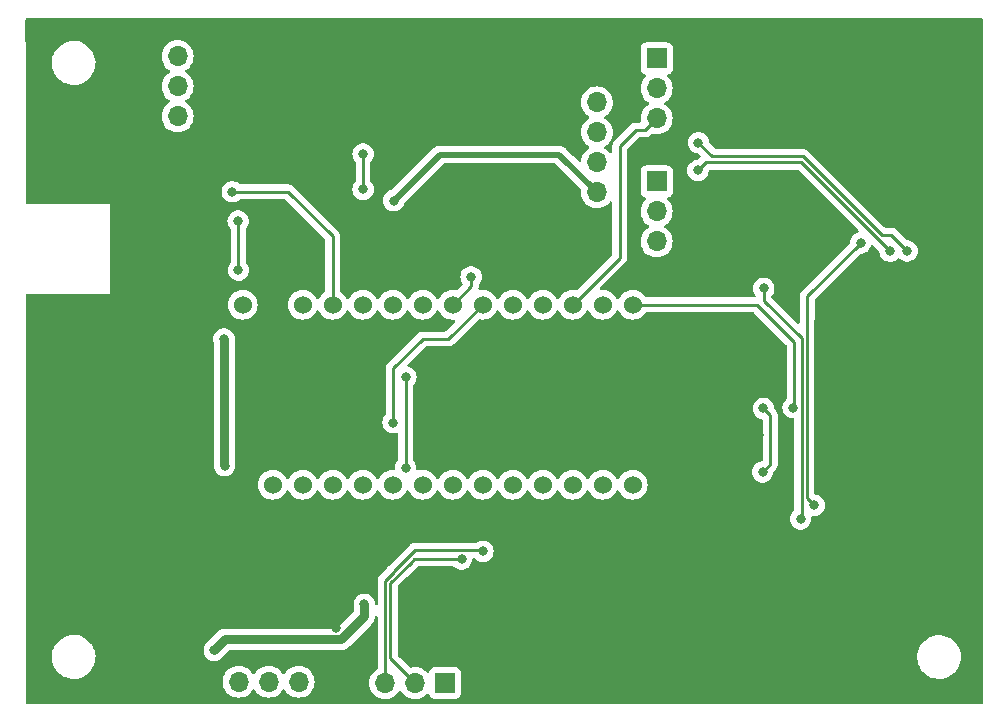
<source format=gbr>
%TF.GenerationSoftware,KiCad,Pcbnew,7.0.2-0*%
%TF.CreationDate,2023-08-11T14:32:49-04:00*%
%TF.ProjectId,data_logger,64617461-5f6c-46f6-9767-65722e6b6963,rev?*%
%TF.SameCoordinates,Original*%
%TF.FileFunction,Copper,L2,Bot*%
%TF.FilePolarity,Positive*%
%FSLAX46Y46*%
G04 Gerber Fmt 4.6, Leading zero omitted, Abs format (unit mm)*
G04 Created by KiCad (PCBNEW 7.0.2-0) date 2023-08-11 14:32:49*
%MOMM*%
%LPD*%
G01*
G04 APERTURE LIST*
%TA.AperFunction,ComponentPad*%
%ADD10R,1.700000X1.700000*%
%TD*%
%TA.AperFunction,ComponentPad*%
%ADD11O,1.700000X1.700000*%
%TD*%
%TA.AperFunction,HeatsinkPad*%
%ADD12C,0.600000*%
%TD*%
%TA.AperFunction,ComponentPad*%
%ADD13C,1.530000*%
%TD*%
%TA.AperFunction,ViaPad*%
%ADD14C,0.800000*%
%TD*%
%TA.AperFunction,Conductor*%
%ADD15C,0.250000*%
%TD*%
%TA.AperFunction,Conductor*%
%ADD16C,0.800000*%
%TD*%
%TA.AperFunction,Conductor*%
%ADD17C,0.500000*%
%TD*%
G04 APERTURE END LIST*
D10*
%TO.P,J3,1,Pin_1*%
%TO.N,ESP_RX_OUT*%
X70358600Y-28624400D03*
D11*
%TO.P,J3,2,Pin_2*%
%TO.N,U0RXD*%
X70358600Y-31164400D03*
%TO.P,J3,3,Pin_3*%
%TO.N,ESP_RX*%
X70358600Y-33704400D03*
%TD*%
D10*
%TO.P,J5,1,Pin_1*%
%TO.N,GND*%
X65300000Y-19390000D03*
D11*
%TO.P,J5,2,Pin_2*%
%TO.N,ESP_TX_OUT*%
X65300000Y-21930000D03*
%TO.P,J5,3,Pin_3*%
%TO.N,ESP_RX_OUT*%
X65300000Y-24470000D03*
%TO.P,J5,4,Pin_4*%
%TO.N,+3.3V*%
X65300000Y-27010000D03*
%TO.P,J5,5,Pin_5*%
%TO.N,+5V*%
X65300000Y-29550000D03*
%TD*%
D12*
%TO.P,U7,39,GND*%
%TO.N,GND*%
X89246600Y-24466800D03*
X87846600Y-24466800D03*
X89946600Y-25166800D03*
X88546600Y-25166800D03*
X87146600Y-25166800D03*
X89246600Y-25841800D03*
X87846600Y-25841800D03*
X89946600Y-26566800D03*
X88546600Y-26566800D03*
X87146600Y-26566800D03*
X89246600Y-27266800D03*
X87846600Y-27266800D03*
%TD*%
D10*
%TO.P,J6,1,Pin_1*%
%TO.N,GND*%
X29800000Y-25650000D03*
D11*
%TO.P,J6,2,Pin_2*%
%TO.N,+3.3V*%
X29800000Y-23110000D03*
%TO.P,J6,3,Pin_3*%
%TO.N,SDA*%
X29800000Y-20570000D03*
%TO.P,J6,4,Pin_4*%
%TO.N,SCL*%
X29800000Y-18030000D03*
%TD*%
D10*
%TO.P,J1,1,Pin_1*%
%TO.N,Net-(J1-Pin_1)*%
X52451600Y-71106400D03*
D11*
%TO.P,J1,2,Pin_2*%
%TO.N,RX2*%
X49911600Y-71106400D03*
%TO.P,J1,3,Pin_3*%
%TO.N,TX2*%
X47371600Y-71106400D03*
%TO.P,J1,4,Pin_4*%
%TO.N,GND*%
X44831600Y-71106400D03*
%TD*%
D13*
%TO.P,U6,0,0*%
%TO.N,CAN_RX*%
X37846600Y-54303800D03*
%TO.P,U6,1,1*%
%TO.N,CAN_TX*%
X40386600Y-54303800D03*
%TO.P,U6,2,2*%
%TO.N,unconnected-(U6-Pad2)*%
X42926600Y-54303800D03*
%TO.P,U6,3,3*%
%TO.N,unconnected-(U6-Pad3)*%
X45466600Y-54303800D03*
%TO.P,U6,3.3V_2,3.3V_2*%
%TO.N,+3.3V*%
X40386600Y-39063800D03*
%TO.P,U6,4,4*%
%TO.N,unconnected-(U6-Pad4)*%
X48006600Y-54303800D03*
%TO.P,U6,5,5*%
%TO.N,ESP_IO*%
X50546600Y-54303800D03*
%TO.P,U6,6,6*%
%TO.N,SD_DET*%
X53086600Y-54303800D03*
%TO.P,U6,7,7*%
%TO.N,RX2*%
X55626600Y-54303800D03*
%TO.P,U6,8,8*%
%TO.N,TX2*%
X58166600Y-54303800D03*
%TO.P,U6,9,9*%
%TO.N,SPK*%
X60706600Y-54303800D03*
%TO.P,U6,10,10*%
%TO.N,CS*%
X63246600Y-54303800D03*
%TO.P,U6,11,11*%
%TO.N,MOSI*%
X65786600Y-54303800D03*
%TO.P,U6,12,12*%
%TO.N,MISO*%
X68326600Y-54303800D03*
%TO.P,U6,13,13*%
%TO.N,CLK*%
X68326600Y-39063800D03*
%TO.P,U6,14,14*%
%TO.N,ESP_RX*%
X65786600Y-39063800D03*
%TO.P,U6,15,15*%
%TO.N,ESP_TX*%
X63246600Y-39063800D03*
%TO.P,U6,16,16*%
%TO.N,LED2*%
X60706600Y-39063800D03*
%TO.P,U6,17,17*%
%TO.N,unconnected-(U6-Pad17)*%
X58166600Y-39063800D03*
%TO.P,U6,18,18*%
%TO.N,SDA*%
X55626600Y-39063800D03*
%TO.P,U6,19,19*%
%TO.N,SCL*%
X53086600Y-39063800D03*
%TO.P,U6,20,20*%
%TO.N,PPS*%
X50546600Y-39063800D03*
%TO.P,U6,21,21*%
%TO.N,unconnected-(U6-Pad21)*%
X48006600Y-39063800D03*
%TO.P,U6,22,22*%
%TO.N,unconnected-(U6-Pad22)*%
X45466600Y-39063800D03*
%TO.P,U6,23,23*%
%TO.N,LED1*%
X42926600Y-39063800D03*
%TO.P,U6,G1,G1*%
%TO.N,GND*%
X35306600Y-54303800D03*
%TO.P,U6,G3,G3*%
X37846600Y-39063800D03*
%TO.P,U6,VIN,VIN*%
%TO.N,+5V*%
X35306600Y-39063800D03*
%TD*%
D10*
%TO.P,J2,1,Pin_1*%
%TO.N,GND*%
X32418600Y-70979400D03*
D11*
%TO.P,J2,2,Pin_2*%
%TO.N,CAN_LO*%
X34958600Y-70979400D03*
%TO.P,J2,3,Pin_3*%
%TO.N,CAN_HI*%
X37498600Y-70979400D03*
%TO.P,J2,4,Pin_4*%
%TO.N,Net-(J2-Pin_4)*%
X40038600Y-70979400D03*
%TD*%
D10*
%TO.P,J4,1,Pin_1*%
%TO.N,ESP_TX_OUT*%
X70358600Y-18210400D03*
D11*
%TO.P,J4,2,Pin_2*%
%TO.N,U0TXD*%
X70358600Y-20750400D03*
%TO.P,J4,3,Pin_3*%
%TO.N,ESP_TX*%
X70358600Y-23290400D03*
%TD*%
D14*
%TO.N,GND*%
X51500000Y-62600000D03*
X65278600Y-34034600D03*
X96266600Y-20293200D03*
X49650000Y-62900000D03*
X17780600Y-40181400D03*
X31750600Y-40181400D03*
X79000000Y-50100000D03*
X93950000Y-39000000D03*
X24638600Y-38149400D03*
X36144800Y-26770200D03*
X81585400Y-68205800D03*
X51850000Y-36450000D03*
X51410200Y-20521800D03*
X24638600Y-30529400D03*
X84404800Y-62795600D03*
X21925000Y-61800000D03*
X96825400Y-15568800D03*
X69667800Y-59185600D03*
X24638600Y-36625400D03*
X94500000Y-52450000D03*
X40234200Y-33298000D03*
X38616200Y-60738200D03*
X61240000Y-23315800D03*
X40285000Y-35660200D03*
X24638600Y-32053400D03*
X28710200Y-70720400D03*
X96317400Y-34491800D03*
X79150000Y-42850000D03*
X17500000Y-38750000D03*
X90246800Y-16432400D03*
X43251200Y-66397400D03*
X75000000Y-33600000D03*
X47350000Y-60550000D03*
X31750600Y-36117400D03*
X85100000Y-52650000D03*
X80417000Y-21614000D03*
X25332000Y-61601800D03*
X31242600Y-29005400D03*
X76353000Y-62414600D03*
X89992800Y-68078800D03*
X46134600Y-57842600D03*
X55271000Y-29259400D03*
X17780600Y-30000000D03*
X17780600Y-28497400D03*
X31750600Y-32561400D03*
X24292000Y-24581800D03*
%TO.N,Net-(C2-Pad2)*%
X34951000Y-36142800D03*
X34925600Y-31977200D03*
%TO.N,+5V*%
X48100000Y-30250000D03*
X32901200Y-68332800D03*
X33706600Y-41959400D03*
X45600000Y-64430000D03*
X33786600Y-52699400D03*
%TO.N,+3.3V*%
X45500000Y-29300000D03*
X45500000Y-26300000D03*
X79400000Y-47850000D03*
X79325000Y-53225000D03*
%TO.N,ESP_EN*%
X87630600Y-33831400D03*
X83700000Y-56050000D03*
%TO.N,IO0*%
X79425000Y-37675000D03*
X82550600Y-57199400D03*
%TO.N,LED1*%
X34425000Y-29500000D03*
%TO.N,RX2*%
X53850000Y-60600000D03*
%TO.N,TX2*%
X55650000Y-59950000D03*
%TO.N,U0RXD*%
X73850000Y-27700000D03*
X90119800Y-34542600D03*
%TO.N,U0TXD*%
X91567600Y-34517200D03*
X73900000Y-25350000D03*
%TO.N,SDA*%
X48046600Y-49040100D03*
%TO.N,SCL*%
X54650000Y-36700000D03*
X49096600Y-52869400D03*
X49136600Y-45179400D03*
%TO.N,CLK*%
X81915600Y-47776000D03*
%TD*%
D15*
%TO.N,Net-(C2-Pad2)*%
X34925600Y-36117400D02*
X34951000Y-36142800D01*
X34925600Y-31977200D02*
X34925600Y-36117400D01*
D16*
%TO.N,+5V*%
X45600000Y-65462814D02*
X45600000Y-64430000D01*
D17*
X52000000Y-26350000D02*
X62100000Y-26350000D01*
D16*
X43460000Y-67397400D02*
X43665414Y-67397400D01*
X32901200Y-68332800D02*
X33836600Y-67397400D01*
X33836600Y-67397400D02*
X43460000Y-67397400D01*
X43665414Y-67397400D02*
X45600000Y-65462814D01*
X33757200Y-52538800D02*
X33757200Y-42010000D01*
D17*
X62100000Y-26350000D02*
X65300000Y-29550000D01*
X48100000Y-30250000D02*
X52000000Y-26350000D01*
D15*
%TO.N,+3.3V*%
X45500000Y-26300000D02*
X45500000Y-29300000D01*
X79975000Y-52575000D02*
X79325000Y-53225000D01*
X79400000Y-47850000D02*
X79975000Y-48425000D01*
X79975000Y-48425000D02*
X79975000Y-52575000D01*
%TO.N,ESP_EN*%
X83100000Y-40240600D02*
X83100000Y-38362000D01*
X83700000Y-56050000D02*
X83090600Y-55440600D01*
X83100000Y-38362000D02*
X87630600Y-33831400D01*
X83090600Y-55440600D02*
X83090600Y-40250000D01*
X83090600Y-40250000D02*
X83100000Y-40240600D01*
%TO.N,IO0*%
X82640600Y-57199800D02*
X82640600Y-41925000D01*
X79425000Y-38709400D02*
X79425000Y-37675000D01*
X82641000Y-57199400D02*
X82640600Y-57199800D01*
X82550600Y-57199400D02*
X82641000Y-57199400D01*
X82640600Y-41925000D02*
X79425000Y-38709400D01*
%TO.N,LED1*%
X34425000Y-29500000D02*
X39150000Y-29500000D01*
X39150000Y-29500000D02*
X42926600Y-33276600D01*
X42926600Y-33276600D02*
X42926600Y-39063800D01*
%TO.N,RX2*%
X47821600Y-62614796D02*
X49518198Y-60918198D01*
X53850000Y-60600000D02*
X49836396Y-60600000D01*
X49836396Y-60600000D02*
X49518198Y-60918198D01*
X49911600Y-71106400D02*
X47821600Y-69016400D01*
X47821600Y-69016400D02*
X47821600Y-62614796D01*
%TO.N,TX2*%
X55525000Y-59825000D02*
X49925000Y-59825000D01*
X49925000Y-59825000D02*
X49500000Y-60250000D01*
X47371600Y-62428400D02*
X47371600Y-71106400D01*
X49500000Y-60250000D02*
X48100000Y-61650000D01*
X55650000Y-59950000D02*
X55525000Y-59825000D01*
X48100000Y-61700000D02*
X47371600Y-62428400D01*
X48100000Y-61650000D02*
X48100000Y-61700000D01*
%TO.N,U0RXD*%
X82601400Y-27024200D02*
X74498800Y-27024200D01*
X74498800Y-27024200D02*
X73850000Y-27673000D01*
X90119800Y-34542600D02*
X82601400Y-27024200D01*
X73850000Y-27700000D02*
X73823000Y-27700000D01*
X73850000Y-27673000D02*
X73850000Y-27700000D01*
%TO.N,U0TXD*%
X91567600Y-34517200D02*
X90221400Y-33171000D01*
X89408600Y-33171000D02*
X82753800Y-26516200D01*
X90221400Y-33171000D02*
X89408600Y-33171000D01*
X73900000Y-25350000D02*
X73900000Y-25358600D01*
X82753800Y-26516200D02*
X75057600Y-26516200D01*
X73900000Y-25358600D02*
X75057600Y-26516200D01*
%TO.N,ESP_TX*%
X63246600Y-39063800D02*
X67236600Y-35073800D01*
X69369600Y-24279400D02*
X70358600Y-23290400D01*
X67236600Y-35073800D02*
X67236600Y-25629400D01*
X67236600Y-25629400D02*
X68586600Y-24279400D01*
X68586600Y-24279400D02*
X69369600Y-24279400D01*
%TO.N,SDA*%
X48064800Y-49021900D02*
X48046600Y-49040100D01*
X48064800Y-44441200D02*
X50546600Y-41959400D01*
X48064800Y-44441200D02*
X48064800Y-49021900D01*
X52731000Y-41959400D02*
X55626600Y-39063800D01*
X48046600Y-49040100D02*
X48046600Y-48778700D01*
X50546600Y-41959400D02*
X52731000Y-41959400D01*
%TO.N,SCL*%
X49096600Y-52869400D02*
X49096600Y-45219400D01*
X53086600Y-39063800D02*
X54650000Y-37500400D01*
X54650000Y-37500400D02*
X54650000Y-36700000D01*
%TO.N,CLK*%
X81991800Y-47699800D02*
X81915600Y-47776000D01*
X78842200Y-39063800D02*
X81991800Y-42213400D01*
X68326600Y-39063800D02*
X78842200Y-39063800D01*
X81991800Y-42213400D02*
X81991800Y-47699800D01*
%TD*%
%TA.AperFunction,Conductor*%
%TO.N,GND*%
G36*
X97872016Y-14831873D02*
G01*
X97939051Y-14851567D01*
X97984799Y-14904377D01*
X97995997Y-14955873D01*
X97995997Y-72772901D01*
X97976312Y-72839940D01*
X97923508Y-72885695D01*
X97871997Y-72896901D01*
X17067995Y-72896901D01*
X17000956Y-72877216D01*
X16955201Y-72824412D01*
X16943995Y-72772901D01*
X16943995Y-70979400D01*
X33602940Y-70979400D01*
X33623536Y-71214807D01*
X33657566Y-71341807D01*
X33684697Y-71443063D01*
X33784565Y-71657230D01*
X33920105Y-71850801D01*
X34087199Y-72017895D01*
X34280770Y-72153435D01*
X34494937Y-72253303D01*
X34721259Y-72313945D01*
X34723192Y-72314463D01*
X34958599Y-72335059D01*
X34958599Y-72335058D01*
X34958600Y-72335059D01*
X35194008Y-72314463D01*
X35422263Y-72253303D01*
X35636430Y-72153435D01*
X35830001Y-72017895D01*
X35997095Y-71850801D01*
X36127026Y-71665239D01*
X36181602Y-71621616D01*
X36251100Y-71614422D01*
X36313455Y-71645945D01*
X36330171Y-71665237D01*
X36460105Y-71850801D01*
X36627199Y-72017895D01*
X36820770Y-72153435D01*
X37034937Y-72253303D01*
X37263192Y-72314463D01*
X37498600Y-72335059D01*
X37734008Y-72314463D01*
X37962263Y-72253303D01*
X38176430Y-72153435D01*
X38370001Y-72017895D01*
X38537095Y-71850801D01*
X38667026Y-71665239D01*
X38721602Y-71621617D01*
X38791101Y-71614424D01*
X38853455Y-71645946D01*
X38870171Y-71665237D01*
X39000105Y-71850801D01*
X39167199Y-72017895D01*
X39360770Y-72153435D01*
X39574937Y-72253303D01*
X39803192Y-72314463D01*
X40038600Y-72335059D01*
X40274008Y-72314463D01*
X40502263Y-72253303D01*
X40716430Y-72153435D01*
X40910001Y-72017895D01*
X41077095Y-71850801D01*
X41212635Y-71657230D01*
X41312503Y-71443063D01*
X41373663Y-71214808D01*
X41394259Y-70979400D01*
X41373663Y-70743992D01*
X41312503Y-70515737D01*
X41212635Y-70301571D01*
X41077095Y-70107999D01*
X40910001Y-69940905D01*
X40716430Y-69805365D01*
X40502263Y-69705497D01*
X40441102Y-69689109D01*
X40274007Y-69644336D01*
X40038600Y-69623740D01*
X39803192Y-69644336D01*
X39574936Y-69705497D01*
X39360770Y-69805365D01*
X39167198Y-69940905D01*
X39000108Y-70107995D01*
X39000107Y-70107997D01*
X39000105Y-70107999D01*
X38971454Y-70148917D01*
X38870174Y-70293560D01*
X38815597Y-70337185D01*
X38746098Y-70344377D01*
X38683744Y-70312855D01*
X38667029Y-70293564D01*
X38537095Y-70107999D01*
X38370001Y-69940905D01*
X38176430Y-69805365D01*
X37962263Y-69705497D01*
X37901102Y-69689109D01*
X37734007Y-69644336D01*
X37498600Y-69623740D01*
X37263192Y-69644336D01*
X37034936Y-69705497D01*
X36820770Y-69805365D01*
X36627198Y-69940905D01*
X36460108Y-70107995D01*
X36460107Y-70107997D01*
X36460105Y-70107999D01*
X36431454Y-70148917D01*
X36330174Y-70293560D01*
X36275597Y-70337185D01*
X36206098Y-70344377D01*
X36143744Y-70312855D01*
X36127029Y-70293564D01*
X35997095Y-70107999D01*
X35830001Y-69940905D01*
X35636430Y-69805365D01*
X35422263Y-69705497D01*
X35361101Y-69689109D01*
X35194007Y-69644336D01*
X34958599Y-69623740D01*
X34723192Y-69644336D01*
X34494936Y-69705497D01*
X34280770Y-69805365D01*
X34087198Y-69940905D01*
X33920105Y-70107998D01*
X33784565Y-70301570D01*
X33684697Y-70515736D01*
X33623536Y-70743992D01*
X33602940Y-70979400D01*
X16943995Y-70979400D01*
X16943995Y-68951164D01*
X19145787Y-68951164D01*
X19175413Y-69220416D01*
X19179754Y-69237019D01*
X19243928Y-69482488D01*
X19338697Y-69705497D01*
X19349871Y-69731792D01*
X19490982Y-69963011D01*
X19645694Y-70148917D01*
X19664255Y-70171220D01*
X19865998Y-70351982D01*
X20091910Y-70501444D01*
X20198211Y-70551276D01*
X20337177Y-70616421D01*
X20596562Y-70694458D01*
X20596569Y-70694460D01*
X20864561Y-70733900D01*
X20864564Y-70733900D01*
X21065369Y-70733900D01*
X21067631Y-70733900D01*
X21270156Y-70719077D01*
X21534553Y-70660180D01*
X21787558Y-70563414D01*
X22023777Y-70430841D01*
X22238177Y-70265288D01*
X22426186Y-70070281D01*
X22583799Y-69849979D01*
X22707656Y-69609075D01*
X22795118Y-69352705D01*
X22844319Y-69086333D01*
X22854212Y-68815635D01*
X22824586Y-68546382D01*
X22768748Y-68332800D01*
X31995740Y-68332800D01*
X31997205Y-68346744D01*
X31997714Y-68366190D01*
X31996980Y-68380186D01*
X32007588Y-68447167D01*
X32008434Y-68453598D01*
X32015525Y-68521055D01*
X32019860Y-68534398D01*
X32024399Y-68553306D01*
X32026592Y-68567149D01*
X32050890Y-68630449D01*
X32053056Y-68636565D01*
X32074019Y-68701080D01*
X32074020Y-68701082D01*
X32074021Y-68701084D01*
X32081031Y-68713225D01*
X32089405Y-68730783D01*
X32094429Y-68743871D01*
X32131363Y-68800747D01*
X32134753Y-68806279D01*
X32168665Y-68865016D01*
X32178049Y-68875437D01*
X32189896Y-68890877D01*
X32197524Y-68902624D01*
X32245474Y-68950573D01*
X32249943Y-68955282D01*
X32295329Y-69005688D01*
X32306670Y-69013928D01*
X32321460Y-69026559D01*
X32331375Y-69036474D01*
X32331377Y-69036475D01*
X32331378Y-69036476D01*
X32388254Y-69073412D01*
X32393604Y-69077089D01*
X32448466Y-69116949D01*
X32448469Y-69116950D01*
X32448470Y-69116951D01*
X32461277Y-69122652D01*
X32478370Y-69131934D01*
X32490130Y-69139571D01*
X32503060Y-69144534D01*
X32553443Y-69163874D01*
X32559434Y-69166355D01*
X32621397Y-69193944D01*
X32635120Y-69196860D01*
X32653764Y-69202383D01*
X32666850Y-69207407D01*
X32733853Y-69218018D01*
X32740188Y-69219193D01*
X32806554Y-69233300D01*
X32820574Y-69233300D01*
X32839971Y-69234826D01*
X32853812Y-69237019D01*
X32921536Y-69233470D01*
X32928026Y-69233300D01*
X32995843Y-69233300D01*
X32995846Y-69233300D01*
X33009560Y-69230384D01*
X33028845Y-69227846D01*
X33042846Y-69227113D01*
X33108392Y-69209549D01*
X33114642Y-69208049D01*
X33181003Y-69193944D01*
X33193800Y-69188245D01*
X33212146Y-69181748D01*
X33225688Y-69178120D01*
X33286163Y-69147305D01*
X33291952Y-69144544D01*
X33353930Y-69116951D01*
X33365265Y-69108714D01*
X33381852Y-69098549D01*
X33394349Y-69092183D01*
X33447090Y-69049472D01*
X33452178Y-69045568D01*
X33507071Y-69005688D01*
X33552473Y-68955262D01*
X33556906Y-68950591D01*
X34173279Y-68334219D01*
X34234603Y-68300734D01*
X34260961Y-68297900D01*
X43412808Y-68297900D01*
X43584788Y-68297900D01*
X43604185Y-68299426D01*
X43618026Y-68301619D01*
X43685750Y-68298070D01*
X43692240Y-68297900D01*
X43709366Y-68297900D01*
X43712606Y-68297900D01*
X43715827Y-68297561D01*
X43715835Y-68297561D01*
X43732861Y-68295771D01*
X43739320Y-68295262D01*
X43807060Y-68291713D01*
X43820607Y-68288082D01*
X43839723Y-68284539D01*
X43853670Y-68283074D01*
X43918200Y-68262106D01*
X43924365Y-68260280D01*
X43989902Y-68242720D01*
X44002388Y-68236356D01*
X44020367Y-68228909D01*
X44033698Y-68224579D01*
X44092465Y-68190648D01*
X44098091Y-68187593D01*
X44158563Y-68156783D01*
X44169456Y-68147960D01*
X44185488Y-68136942D01*
X44197630Y-68129933D01*
X44248052Y-68084531D01*
X44252954Y-68080345D01*
X44268794Y-68067519D01*
X44283193Y-68053118D01*
X44287885Y-68048665D01*
X44338302Y-68003271D01*
X44346543Y-67991926D01*
X44359174Y-67977137D01*
X46179742Y-66156570D01*
X46194527Y-66143943D01*
X46205871Y-66135702D01*
X46251256Y-66085295D01*
X46255712Y-66080601D01*
X46270120Y-66066194D01*
X46282964Y-66050331D01*
X46287152Y-66045429D01*
X46332533Y-65995030D01*
X46339544Y-65982885D01*
X46350564Y-65966853D01*
X46359383Y-65955963D01*
X46390185Y-65895507D01*
X46393248Y-65889865D01*
X46427179Y-65831098D01*
X46431509Y-65817767D01*
X46438956Y-65799788D01*
X46445320Y-65787302D01*
X46462875Y-65721784D01*
X46464707Y-65715596D01*
X46485674Y-65651070D01*
X46487140Y-65637119D01*
X46490683Y-65618004D01*
X46494313Y-65604459D01*
X46497862Y-65536720D01*
X46498372Y-65530248D01*
X46498781Y-65526362D01*
X46525375Y-65461751D01*
X46582678Y-65421774D01*
X46652497Y-65419124D01*
X46712666Y-65454642D01*
X46744080Y-65517052D01*
X46746100Y-65539341D01*
X46746100Y-69831173D01*
X46726415Y-69898212D01*
X46693224Y-69932748D01*
X46500195Y-70067908D01*
X46333105Y-70234998D01*
X46197565Y-70428570D01*
X46097697Y-70642736D01*
X46036536Y-70870992D01*
X46015940Y-71106400D01*
X46036536Y-71341807D01*
X46063668Y-71443063D01*
X46097697Y-71570063D01*
X46197565Y-71784230D01*
X46333105Y-71977801D01*
X46500199Y-72144895D01*
X46693770Y-72280435D01*
X46907937Y-72380303D01*
X47136191Y-72441463D01*
X47136192Y-72441463D01*
X47371599Y-72462059D01*
X47371599Y-72462058D01*
X47371600Y-72462059D01*
X47607008Y-72441463D01*
X47835263Y-72380303D01*
X48049430Y-72280435D01*
X48243001Y-72144895D01*
X48410095Y-71977801D01*
X48540026Y-71792239D01*
X48594602Y-71748616D01*
X48664100Y-71741422D01*
X48726455Y-71772945D01*
X48743171Y-71792237D01*
X48873105Y-71977801D01*
X49040199Y-72144895D01*
X49233770Y-72280435D01*
X49447937Y-72380303D01*
X49676192Y-72441463D01*
X49911600Y-72462059D01*
X50147008Y-72441463D01*
X50375263Y-72380303D01*
X50589430Y-72280435D01*
X50783001Y-72144895D01*
X50904929Y-72022966D01*
X50966248Y-71989484D01*
X51035940Y-71994468D01*
X51091874Y-72036339D01*
X51108789Y-72067316D01*
X51157804Y-72198731D01*
X51244054Y-72313946D01*
X51359269Y-72400196D01*
X51494117Y-72450491D01*
X51553727Y-72456900D01*
X53349472Y-72456899D01*
X53409083Y-72450491D01*
X53543931Y-72400196D01*
X53659146Y-72313946D01*
X53745396Y-72198731D01*
X53795691Y-72063883D01*
X53802100Y-72004273D01*
X53802099Y-70208528D01*
X53795691Y-70148917D01*
X53745396Y-70014069D01*
X53659146Y-69898854D01*
X53543931Y-69812604D01*
X53409083Y-69762309D01*
X53349473Y-69755900D01*
X53346150Y-69755900D01*
X51557039Y-69755900D01*
X51557020Y-69755900D01*
X51553728Y-69755901D01*
X51550448Y-69756253D01*
X51550440Y-69756254D01*
X51494115Y-69762309D01*
X51359269Y-69812604D01*
X51244054Y-69898854D01*
X51157804Y-70014069D01*
X51108789Y-70145483D01*
X51066917Y-70201416D01*
X51001452Y-70225833D01*
X50933180Y-70210981D01*
X50904926Y-70189830D01*
X50783004Y-70067908D01*
X50783001Y-70067905D01*
X50589430Y-69932365D01*
X50375263Y-69832497D01*
X50314102Y-69816109D01*
X50147007Y-69771336D01*
X49911600Y-69750740D01*
X49676191Y-69771336D01*
X49575725Y-69798255D01*
X49505875Y-69796592D01*
X49455952Y-69766161D01*
X49042495Y-69352704D01*
X48656955Y-68967164D01*
X92422387Y-68967164D01*
X92452013Y-69236416D01*
X92452171Y-69237019D01*
X92520528Y-69498488D01*
X92619671Y-69731790D01*
X92626471Y-69747792D01*
X92767582Y-69979011D01*
X92940853Y-70187218D01*
X92940855Y-70187220D01*
X93142598Y-70367982D01*
X93368510Y-70517444D01*
X93466571Y-70563413D01*
X93613777Y-70632421D01*
X93819987Y-70694460D01*
X93873169Y-70710460D01*
X94141161Y-70749900D01*
X94141164Y-70749900D01*
X94341969Y-70749900D01*
X94344231Y-70749900D01*
X94546756Y-70735077D01*
X94811153Y-70676180D01*
X95064158Y-70579414D01*
X95300377Y-70446841D01*
X95514777Y-70281288D01*
X95702786Y-70086281D01*
X95860399Y-69865979D01*
X95984256Y-69625075D01*
X96071718Y-69368705D01*
X96120919Y-69102333D01*
X96130812Y-68831635D01*
X96101186Y-68562382D01*
X96032672Y-68300312D01*
X95926730Y-68051010D01*
X95797739Y-67839651D01*
X95785617Y-67819788D01*
X95612346Y-67611581D01*
X95507359Y-67517512D01*
X95410602Y-67430818D01*
X95184690Y-67281356D01*
X95150555Y-67265354D01*
X94939422Y-67166378D01*
X94680037Y-67088341D01*
X94680031Y-67088340D01*
X94412039Y-67048900D01*
X94208969Y-67048900D01*
X94206720Y-67049064D01*
X94206709Y-67049065D01*
X94006443Y-67063722D01*
X93742049Y-67122619D01*
X93489041Y-67219386D01*
X93252823Y-67351959D01*
X93038425Y-67517509D01*
X92850413Y-67712520D01*
X92692801Y-67932820D01*
X92568942Y-68173729D01*
X92481481Y-68430095D01*
X92432280Y-68696466D01*
X92422387Y-68967164D01*
X48656955Y-68967164D01*
X48483416Y-68793625D01*
X48449933Y-68732305D01*
X48447100Y-68705956D01*
X48447100Y-62925248D01*
X48466785Y-62858209D01*
X48483419Y-62837567D01*
X49229359Y-62091628D01*
X49988318Y-61332669D01*
X49988318Y-61332668D01*
X50002543Y-61318444D01*
X50002546Y-61318438D01*
X50059168Y-61261817D01*
X50120493Y-61228333D01*
X50146849Y-61225500D01*
X53146253Y-61225500D01*
X53213292Y-61245185D01*
X53238400Y-61266526D01*
X53244129Y-61272888D01*
X53397270Y-61384151D01*
X53397271Y-61384151D01*
X53397272Y-61384152D01*
X53570197Y-61461144D01*
X53755352Y-61500500D01*
X53755354Y-61500500D01*
X53944648Y-61500500D01*
X54068083Y-61474262D01*
X54129803Y-61461144D01*
X54302730Y-61384151D01*
X54378554Y-61329062D01*
X54455870Y-61272889D01*
X54461598Y-61266528D01*
X54582533Y-61132216D01*
X54677179Y-60968284D01*
X54735674Y-60788256D01*
X54754368Y-60610388D01*
X54780951Y-60545776D01*
X54838249Y-60505791D01*
X54908068Y-60503131D01*
X54968241Y-60538640D01*
X54969838Y-60540380D01*
X55044129Y-60622889D01*
X55197269Y-60734151D01*
X55370197Y-60811144D01*
X55555352Y-60850500D01*
X55555354Y-60850500D01*
X55744648Y-60850500D01*
X55868084Y-60824262D01*
X55929803Y-60811144D01*
X56102730Y-60734151D01*
X56255871Y-60622888D01*
X56382533Y-60482216D01*
X56477179Y-60318284D01*
X56535674Y-60138256D01*
X56555460Y-59950000D01*
X56535674Y-59761744D01*
X56477179Y-59581716D01*
X56477179Y-59581715D01*
X56382533Y-59417783D01*
X56255870Y-59277110D01*
X56102730Y-59165848D01*
X55929802Y-59088855D01*
X55744648Y-59049500D01*
X55744646Y-59049500D01*
X55555354Y-59049500D01*
X55555352Y-59049500D01*
X55370197Y-59088855D01*
X55197271Y-59165847D01*
X55183550Y-59175817D01*
X55117744Y-59199298D01*
X55110663Y-59199500D01*
X50007744Y-59199500D01*
X49987236Y-59197235D01*
X49917113Y-59199439D01*
X49913219Y-59199500D01*
X49885650Y-59199500D01*
X49881794Y-59199986D01*
X49881791Y-59199987D01*
X49881735Y-59199994D01*
X49881662Y-59200003D01*
X49870043Y-59200917D01*
X49826372Y-59202289D01*
X49807128Y-59207880D01*
X49788084Y-59211824D01*
X49768208Y-59214335D01*
X49727600Y-59230413D01*
X49716554Y-59234194D01*
X49674610Y-59246382D01*
X49674607Y-59246383D01*
X49657365Y-59256579D01*
X49639904Y-59265133D01*
X49621267Y-59272512D01*
X49585931Y-59298185D01*
X49576174Y-59304595D01*
X49538580Y-59326829D01*
X49524413Y-59340996D01*
X49509624Y-59353626D01*
X49493413Y-59365404D01*
X49465572Y-59399058D01*
X49457711Y-59407697D01*
X49029880Y-59835529D01*
X49029876Y-59835533D01*
X47716208Y-61149199D01*
X47700110Y-61162096D01*
X47652096Y-61213225D01*
X47649392Y-61216016D01*
X47632628Y-61232780D01*
X47632621Y-61232787D01*
X47629880Y-61235529D01*
X47627499Y-61238597D01*
X47627490Y-61238608D01*
X47627411Y-61238711D01*
X47619842Y-61247572D01*
X47589935Y-61279420D01*
X47580285Y-61296974D01*
X47569609Y-61313228D01*
X47557327Y-61329062D01*
X47544581Y-61358515D01*
X47518462Y-61396945D01*
X46987808Y-61927599D01*
X46971710Y-61940496D01*
X46923696Y-61991625D01*
X46920992Y-61994416D01*
X46904228Y-62011180D01*
X46904221Y-62011187D01*
X46901480Y-62013929D01*
X46899099Y-62016997D01*
X46899090Y-62017008D01*
X46899011Y-62017111D01*
X46891442Y-62025972D01*
X46861535Y-62057820D01*
X46851885Y-62075374D01*
X46841209Y-62091628D01*
X46828926Y-62107463D01*
X46811575Y-62147558D01*
X46806438Y-62158044D01*
X46785402Y-62196307D01*
X46780421Y-62215709D01*
X46774120Y-62234111D01*
X46766161Y-62252502D01*
X46759328Y-62295642D01*
X46756960Y-62307074D01*
X46746100Y-62349377D01*
X46746100Y-62369416D01*
X46744573Y-62388814D01*
X46741440Y-62408594D01*
X46745550Y-62452073D01*
X46746100Y-62463743D01*
X46746100Y-64353475D01*
X46726415Y-64420514D01*
X46673611Y-64466269D01*
X46604453Y-64476213D01*
X46540897Y-64447188D01*
X46503123Y-64388410D01*
X46498779Y-64366437D01*
X46497417Y-64353475D01*
X46485674Y-64241744D01*
X46427179Y-64061716D01*
X46427179Y-64061715D01*
X46332533Y-63897783D01*
X46205870Y-63757110D01*
X46052730Y-63645848D01*
X45879802Y-63568855D01*
X45694648Y-63529500D01*
X45694646Y-63529500D01*
X45505354Y-63529500D01*
X45505352Y-63529500D01*
X45320197Y-63568855D01*
X45147269Y-63645848D01*
X44994129Y-63757110D01*
X44867466Y-63897783D01*
X44772820Y-64061715D01*
X44714326Y-64241742D01*
X44694540Y-64430000D01*
X44698820Y-64470733D01*
X44699499Y-64483692D01*
X44699500Y-65038452D01*
X44679816Y-65105491D01*
X44663181Y-65126133D01*
X43328734Y-66460581D01*
X43267411Y-66494066D01*
X43241053Y-66496900D01*
X33917226Y-66496900D01*
X33897828Y-66495373D01*
X33883988Y-66493181D01*
X33816270Y-66496730D01*
X33809780Y-66496900D01*
X33789408Y-66496900D01*
X33786193Y-66497237D01*
X33786188Y-66497238D01*
X33774553Y-66498460D01*
X33769139Y-66499029D01*
X33762684Y-66499537D01*
X33694951Y-66503087D01*
X33681409Y-66506716D01*
X33662285Y-66510260D01*
X33648344Y-66511725D01*
X33583845Y-66532682D01*
X33577623Y-66534526D01*
X33512110Y-66552080D01*
X33499621Y-66558444D01*
X33481652Y-66565887D01*
X33468317Y-66570220D01*
X33409596Y-66604122D01*
X33403895Y-66607218D01*
X33343445Y-66638019D01*
X33332550Y-66646842D01*
X33316522Y-66657858D01*
X33304384Y-66664866D01*
X33253976Y-66710252D01*
X33249051Y-66714459D01*
X33235736Y-66725243D01*
X33233220Y-66727281D01*
X33230937Y-66729563D01*
X33230919Y-66729580D01*
X33218809Y-66741689D01*
X33214108Y-66746151D01*
X33163708Y-66791532D01*
X33155469Y-66802872D01*
X33142835Y-66817664D01*
X32321464Y-67639035D01*
X32306672Y-67651669D01*
X32295332Y-67659908D01*
X32249951Y-67710308D01*
X32245489Y-67715009D01*
X32233380Y-67727119D01*
X32233363Y-67727137D01*
X32231081Y-67729420D01*
X32229046Y-67731932D01*
X32229043Y-67731936D01*
X32218259Y-67745251D01*
X32214052Y-67750176D01*
X32168666Y-67800584D01*
X32161658Y-67812722D01*
X32150642Y-67828750D01*
X32141819Y-67839645D01*
X32111018Y-67900095D01*
X32107922Y-67905796D01*
X32074022Y-67964513D01*
X32069688Y-67977852D01*
X32062244Y-67995819D01*
X32055880Y-68008312D01*
X32038326Y-68073817D01*
X32036484Y-68080034D01*
X32015525Y-68144543D01*
X32014060Y-68158486D01*
X32010515Y-68177614D01*
X32006886Y-68191154D01*
X32003337Y-68258883D01*
X32002828Y-68265353D01*
X31995740Y-68332800D01*
X22768748Y-68332800D01*
X22756072Y-68284312D01*
X22650130Y-68035010D01*
X22524251Y-67828750D01*
X22509017Y-67803788D01*
X22335746Y-67595581D01*
X22230759Y-67501512D01*
X22134002Y-67414818D01*
X21908090Y-67265356D01*
X21908086Y-67265354D01*
X21662822Y-67150378D01*
X21403437Y-67072341D01*
X21403431Y-67072340D01*
X21135439Y-67032900D01*
X20932369Y-67032900D01*
X20930120Y-67033064D01*
X20930109Y-67033065D01*
X20729843Y-67047722D01*
X20465449Y-67106619D01*
X20212441Y-67203386D01*
X19976223Y-67335959D01*
X19761825Y-67501509D01*
X19573813Y-67696520D01*
X19416201Y-67916820D01*
X19292342Y-68157729D01*
X19204881Y-68414095D01*
X19155680Y-68680466D01*
X19145787Y-68951164D01*
X16943995Y-68951164D01*
X16943995Y-41959400D01*
X32801140Y-41959400D01*
X32820926Y-42147657D01*
X32850631Y-42239077D01*
X32856700Y-42277394D01*
X32856700Y-52585992D01*
X32871526Y-52727056D01*
X32871527Y-52727059D01*
X32886005Y-52771620D01*
X32891395Y-52796975D01*
X32900926Y-52887657D01*
X32959420Y-53067684D01*
X33054066Y-53231616D01*
X33180729Y-53372289D01*
X33333869Y-53483551D01*
X33506797Y-53560544D01*
X33691952Y-53599900D01*
X33691954Y-53599900D01*
X33881248Y-53599900D01*
X34004684Y-53573662D01*
X34066403Y-53560544D01*
X34239330Y-53483551D01*
X34392471Y-53372288D01*
X34519133Y-53231616D01*
X34613779Y-53067684D01*
X34672274Y-52887656D01*
X34692060Y-52699400D01*
X34672274Y-52511144D01*
X34663769Y-52484967D01*
X34657700Y-52446650D01*
X34657700Y-41966049D01*
X34657700Y-41966048D01*
X34657700Y-41962808D01*
X34642874Y-41821744D01*
X34584379Y-41641716D01*
X34584379Y-41641715D01*
X34489735Y-41477786D01*
X34472891Y-41459079D01*
X34363071Y-41337112D01*
X34359037Y-41334181D01*
X34339777Y-41316838D01*
X34312470Y-41286510D01*
X34159330Y-41175248D01*
X33986402Y-41098255D01*
X33801248Y-41058900D01*
X33801246Y-41058900D01*
X33611954Y-41058900D01*
X33611952Y-41058900D01*
X33426797Y-41098255D01*
X33253869Y-41175248D01*
X33100729Y-41286510D01*
X32974066Y-41427183D01*
X32879420Y-41591115D01*
X32820926Y-41771142D01*
X32801140Y-41959400D01*
X16943995Y-41959400D01*
X16943995Y-39063799D01*
X34036265Y-39063799D01*
X34055564Y-39284388D01*
X34112878Y-39498283D01*
X34206455Y-39698962D01*
X34206456Y-39698963D01*
X34206458Y-39698967D01*
X34333468Y-39880355D01*
X34490045Y-40036932D01*
X34671433Y-40163942D01*
X34872120Y-40257523D01*
X35086009Y-40314835D01*
X35223994Y-40326907D01*
X35306599Y-40334134D01*
X35306599Y-40334133D01*
X35306600Y-40334134D01*
X35527191Y-40314835D01*
X35741080Y-40257523D01*
X35941767Y-40163942D01*
X36123155Y-40036932D01*
X36279732Y-39880355D01*
X36406742Y-39698967D01*
X36500323Y-39498280D01*
X36557635Y-39284391D01*
X36576934Y-39063800D01*
X36557635Y-38843209D01*
X36500323Y-38629320D01*
X36411250Y-38438300D01*
X36406744Y-38428637D01*
X36406743Y-38428636D01*
X36406742Y-38428633D01*
X36279732Y-38247245D01*
X36123155Y-38090668D01*
X35941767Y-37963658D01*
X35941764Y-37963657D01*
X35941762Y-37963655D01*
X35741083Y-37870078D01*
X35741080Y-37870077D01*
X35573069Y-37825058D01*
X35527188Y-37812764D01*
X35306600Y-37793465D01*
X35086011Y-37812764D01*
X34872116Y-37870078D01*
X34671437Y-37963655D01*
X34671432Y-37963658D01*
X34671433Y-37963658D01*
X34490047Y-38090667D01*
X34490041Y-38090671D01*
X34333471Y-38247241D01*
X34333468Y-38247244D01*
X34333468Y-38247245D01*
X34291873Y-38306648D01*
X34206455Y-38428637D01*
X34112878Y-38629316D01*
X34055564Y-38843211D01*
X34036265Y-39063799D01*
X16943995Y-39063799D01*
X16943995Y-38265899D01*
X16963680Y-38198860D01*
X17016484Y-38153105D01*
X17067995Y-38141899D01*
X23970784Y-38141899D01*
X23991701Y-38146060D01*
X24005496Y-38146060D01*
X24044146Y-38130050D01*
X24055995Y-38101445D01*
X24060156Y-38091400D01*
X24060156Y-38077610D01*
X24055995Y-38056690D01*
X24055995Y-31977200D01*
X34020140Y-31977200D01*
X34039926Y-32165457D01*
X34098420Y-32345484D01*
X34193064Y-32509413D01*
X34229907Y-32550331D01*
X34260946Y-32584803D01*
X34268250Y-32592914D01*
X34298480Y-32655906D01*
X34300100Y-32675887D01*
X34300100Y-35472321D01*
X34280415Y-35539360D01*
X34268250Y-35555293D01*
X34218466Y-35610583D01*
X34123820Y-35774515D01*
X34065326Y-35954542D01*
X34045540Y-36142800D01*
X34065326Y-36331057D01*
X34123820Y-36511084D01*
X34218466Y-36675016D01*
X34345129Y-36815689D01*
X34498269Y-36926951D01*
X34671197Y-37003944D01*
X34856352Y-37043300D01*
X34856354Y-37043300D01*
X35045648Y-37043300D01*
X35169084Y-37017062D01*
X35230803Y-37003944D01*
X35403730Y-36926951D01*
X35556871Y-36815688D01*
X35683533Y-36675016D01*
X35778179Y-36511084D01*
X35836674Y-36331056D01*
X35856460Y-36142800D01*
X35836674Y-35954544D01*
X35806332Y-35861163D01*
X35778179Y-35774515D01*
X35683533Y-35610583D01*
X35582950Y-35498875D01*
X35552720Y-35435884D01*
X35551100Y-35415903D01*
X35551100Y-32675887D01*
X35570785Y-32608848D01*
X35582950Y-32592914D01*
X35658133Y-32509416D01*
X35688453Y-32456901D01*
X35752779Y-32345484D01*
X35799109Y-32202895D01*
X35811274Y-32165456D01*
X35831060Y-31977200D01*
X35811274Y-31788944D01*
X35780932Y-31695563D01*
X35752779Y-31608915D01*
X35658133Y-31444983D01*
X35531470Y-31304310D01*
X35378330Y-31193048D01*
X35205402Y-31116055D01*
X35020248Y-31076700D01*
X35020246Y-31076700D01*
X34830954Y-31076700D01*
X34830952Y-31076700D01*
X34645797Y-31116055D01*
X34472869Y-31193048D01*
X34319729Y-31304310D01*
X34193066Y-31444983D01*
X34098420Y-31608915D01*
X34039926Y-31788942D01*
X34020140Y-31977200D01*
X24055995Y-31977200D01*
X24055995Y-30622111D01*
X24060156Y-30601196D01*
X24060156Y-30587400D01*
X24056002Y-30577371D01*
X24044146Y-30548750D01*
X24044145Y-30548749D01*
X24015543Y-30536902D01*
X24015541Y-30536901D01*
X24005496Y-30532740D01*
X24005495Y-30532740D01*
X23991702Y-30532740D01*
X23970785Y-30536901D01*
X17067884Y-30536901D01*
X17000845Y-30517216D01*
X16955090Y-30464412D01*
X16943884Y-30412980D01*
X16943669Y-30074546D01*
X16943303Y-29500000D01*
X33519540Y-29500000D01*
X33539326Y-29688257D01*
X33597820Y-29868284D01*
X33692466Y-30032216D01*
X33819129Y-30172889D01*
X33972269Y-30284151D01*
X34145197Y-30361144D01*
X34330352Y-30400500D01*
X34330354Y-30400500D01*
X34519648Y-30400500D01*
X34643083Y-30374262D01*
X34704803Y-30361144D01*
X34877730Y-30284151D01*
X35030871Y-30172888D01*
X35036598Y-30166527D01*
X35096084Y-30129879D01*
X35128747Y-30125500D01*
X38839548Y-30125500D01*
X38906587Y-30145185D01*
X38927229Y-30161819D01*
X42264781Y-33499371D01*
X42298266Y-33560694D01*
X42301100Y-33587052D01*
X42301100Y-37892338D01*
X42281415Y-37959377D01*
X42248224Y-37993912D01*
X42110045Y-38090667D01*
X41953471Y-38247241D01*
X41953468Y-38247244D01*
X41953468Y-38247245D01*
X41911873Y-38306648D01*
X41826455Y-38428637D01*
X41768982Y-38551891D01*
X41722810Y-38604331D01*
X41655617Y-38623483D01*
X41588735Y-38603267D01*
X41544218Y-38551891D01*
X41486744Y-38428637D01*
X41486743Y-38428636D01*
X41486742Y-38428633D01*
X41359732Y-38247245D01*
X41203155Y-38090668D01*
X41021767Y-37963658D01*
X41021764Y-37963657D01*
X41021762Y-37963655D01*
X40821083Y-37870078D01*
X40821080Y-37870077D01*
X40653069Y-37825058D01*
X40607188Y-37812764D01*
X40386599Y-37793465D01*
X40166011Y-37812764D01*
X39952116Y-37870078D01*
X39751437Y-37963655D01*
X39751432Y-37963658D01*
X39751433Y-37963658D01*
X39570047Y-38090667D01*
X39570041Y-38090671D01*
X39413471Y-38247241D01*
X39413468Y-38247244D01*
X39413468Y-38247245D01*
X39371873Y-38306648D01*
X39286455Y-38428637D01*
X39192878Y-38629316D01*
X39135564Y-38843211D01*
X39116265Y-39063800D01*
X39135564Y-39284388D01*
X39192878Y-39498283D01*
X39286455Y-39698962D01*
X39286456Y-39698963D01*
X39286458Y-39698967D01*
X39413468Y-39880355D01*
X39570045Y-40036932D01*
X39751433Y-40163942D01*
X39952120Y-40257523D01*
X40166009Y-40314835D01*
X40386600Y-40334134D01*
X40607191Y-40314835D01*
X40821080Y-40257523D01*
X41021767Y-40163942D01*
X41203155Y-40036932D01*
X41359732Y-39880355D01*
X41486742Y-39698967D01*
X41544218Y-39575707D01*
X41590390Y-39523268D01*
X41657583Y-39504116D01*
X41724464Y-39524331D01*
X41768981Y-39575707D01*
X41826458Y-39698967D01*
X41953468Y-39880355D01*
X42110045Y-40036932D01*
X42291433Y-40163942D01*
X42492120Y-40257523D01*
X42706009Y-40314835D01*
X42926600Y-40334134D01*
X43147191Y-40314835D01*
X43361080Y-40257523D01*
X43561767Y-40163942D01*
X43743155Y-40036932D01*
X43899732Y-39880355D01*
X44026742Y-39698967D01*
X44084218Y-39575707D01*
X44130390Y-39523268D01*
X44197583Y-39504116D01*
X44264464Y-39524331D01*
X44308981Y-39575707D01*
X44366458Y-39698967D01*
X44493468Y-39880355D01*
X44650045Y-40036932D01*
X44831433Y-40163942D01*
X45032120Y-40257523D01*
X45246009Y-40314835D01*
X45383994Y-40326907D01*
X45466599Y-40334134D01*
X45466599Y-40334133D01*
X45466600Y-40334134D01*
X45687191Y-40314835D01*
X45901080Y-40257523D01*
X46101767Y-40163942D01*
X46283155Y-40036932D01*
X46439732Y-39880355D01*
X46566742Y-39698967D01*
X46624218Y-39575707D01*
X46670390Y-39523268D01*
X46737583Y-39504116D01*
X46804464Y-39524331D01*
X46848981Y-39575707D01*
X46906458Y-39698967D01*
X47033468Y-39880355D01*
X47190045Y-40036932D01*
X47371433Y-40163942D01*
X47572120Y-40257523D01*
X47786009Y-40314835D01*
X47923994Y-40326907D01*
X48006599Y-40334134D01*
X48006599Y-40334133D01*
X48006600Y-40334134D01*
X48227191Y-40314835D01*
X48441080Y-40257523D01*
X48641767Y-40163942D01*
X48823155Y-40036932D01*
X48979732Y-39880355D01*
X49106742Y-39698967D01*
X49164218Y-39575707D01*
X49210390Y-39523268D01*
X49277583Y-39504116D01*
X49344464Y-39524331D01*
X49388981Y-39575707D01*
X49446458Y-39698967D01*
X49573468Y-39880355D01*
X49730045Y-40036932D01*
X49911433Y-40163942D01*
X50112120Y-40257523D01*
X50326009Y-40314835D01*
X50546600Y-40334134D01*
X50767191Y-40314835D01*
X50981080Y-40257523D01*
X51181767Y-40163942D01*
X51363155Y-40036932D01*
X51519732Y-39880355D01*
X51646742Y-39698967D01*
X51704218Y-39575707D01*
X51750390Y-39523268D01*
X51817583Y-39504116D01*
X51884464Y-39524331D01*
X51928981Y-39575707D01*
X51986458Y-39698967D01*
X52113468Y-39880355D01*
X52270045Y-40036932D01*
X52451433Y-40163942D01*
X52652120Y-40257523D01*
X52866009Y-40314835D01*
X53003994Y-40326907D01*
X53086599Y-40334134D01*
X53086599Y-40334133D01*
X53086600Y-40334134D01*
X53169203Y-40326907D01*
X53237703Y-40340673D01*
X53287886Y-40389288D01*
X53303820Y-40457317D01*
X53280445Y-40523160D01*
X53267692Y-40538116D01*
X52508228Y-41297581D01*
X52446905Y-41331066D01*
X52420547Y-41333900D01*
X50629340Y-41333900D01*
X50608836Y-41331636D01*
X50538744Y-41333839D01*
X50534850Y-41333900D01*
X50507250Y-41333900D01*
X50503399Y-41334386D01*
X50503368Y-41334388D01*
X50503240Y-41334405D01*
X50491628Y-41335318D01*
X50447968Y-41336690D01*
X50428728Y-41342280D01*
X50409681Y-41346225D01*
X50389809Y-41348735D01*
X50349199Y-41364813D01*
X50338154Y-41368594D01*
X50296211Y-41380780D01*
X50278969Y-41390978D01*
X50261497Y-41399538D01*
X50242866Y-41406914D01*
X50207538Y-41432581D01*
X50197780Y-41438991D01*
X50160179Y-41461229D01*
X50146010Y-41475398D01*
X50131222Y-41488028D01*
X50115013Y-41499805D01*
X50087172Y-41533458D01*
X50079311Y-41542096D01*
X47681008Y-43940399D01*
X47664910Y-43953296D01*
X47616896Y-44004425D01*
X47614192Y-44007216D01*
X47597428Y-44023980D01*
X47597421Y-44023987D01*
X47594680Y-44026729D01*
X47592299Y-44029797D01*
X47592290Y-44029808D01*
X47592211Y-44029911D01*
X47584642Y-44038772D01*
X47554735Y-44070620D01*
X47545085Y-44088174D01*
X47534409Y-44104428D01*
X47522126Y-44120263D01*
X47504775Y-44160358D01*
X47499638Y-44170844D01*
X47478602Y-44209107D01*
X47473621Y-44228509D01*
X47467320Y-44246911D01*
X47459361Y-44265302D01*
X47452528Y-44308442D01*
X47450160Y-44319874D01*
X47439300Y-44362177D01*
X47439300Y-44382216D01*
X47437773Y-44401614D01*
X47434640Y-44421394D01*
X47438750Y-44464873D01*
X47439300Y-44476543D01*
X47439300Y-48321199D01*
X47419615Y-48388238D01*
X47407450Y-48404171D01*
X47314066Y-48507883D01*
X47219420Y-48671815D01*
X47160926Y-48851842D01*
X47141140Y-49040099D01*
X47160926Y-49228357D01*
X47219420Y-49408384D01*
X47314066Y-49572316D01*
X47440729Y-49712989D01*
X47593869Y-49824251D01*
X47766797Y-49901244D01*
X47951952Y-49940600D01*
X47951954Y-49940600D01*
X48141248Y-49940600D01*
X48321319Y-49902325D01*
X48390986Y-49907641D01*
X48446720Y-49949778D01*
X48470825Y-50015358D01*
X48471100Y-50023615D01*
X48471100Y-52170712D01*
X48451415Y-52237751D01*
X48439250Y-52253684D01*
X48364066Y-52337183D01*
X48269420Y-52501115D01*
X48210926Y-52681142D01*
X48191140Y-52869400D01*
X48194533Y-52901683D01*
X48181963Y-52970413D01*
X48134231Y-53021437D01*
X48066490Y-53038554D01*
X48060406Y-53038172D01*
X48006601Y-53033465D01*
X47786011Y-53052764D01*
X47572116Y-53110078D01*
X47371437Y-53203655D01*
X47190041Y-53330671D01*
X47033471Y-53487241D01*
X46906455Y-53668637D01*
X46848982Y-53791891D01*
X46802810Y-53844331D01*
X46735617Y-53863483D01*
X46668735Y-53843267D01*
X46624218Y-53791891D01*
X46566744Y-53668637D01*
X46566743Y-53668636D01*
X46566742Y-53668633D01*
X46439732Y-53487245D01*
X46283155Y-53330668D01*
X46101767Y-53203658D01*
X46101764Y-53203657D01*
X46101762Y-53203655D01*
X45901083Y-53110078D01*
X45901080Y-53110077D01*
X45737036Y-53066121D01*
X45687188Y-53052764D01*
X45466599Y-53033465D01*
X45246011Y-53052764D01*
X45032116Y-53110078D01*
X44831437Y-53203655D01*
X44650041Y-53330671D01*
X44493471Y-53487241D01*
X44366455Y-53668637D01*
X44308982Y-53791891D01*
X44262810Y-53844331D01*
X44195617Y-53863483D01*
X44128735Y-53843267D01*
X44084218Y-53791891D01*
X44026744Y-53668637D01*
X44026743Y-53668636D01*
X44026742Y-53668633D01*
X43899732Y-53487245D01*
X43743155Y-53330668D01*
X43561767Y-53203658D01*
X43561764Y-53203657D01*
X43561762Y-53203655D01*
X43361083Y-53110078D01*
X43361080Y-53110077D01*
X43197036Y-53066121D01*
X43147188Y-53052764D01*
X42926599Y-53033465D01*
X42706011Y-53052764D01*
X42492116Y-53110078D01*
X42291437Y-53203655D01*
X42110041Y-53330671D01*
X41953471Y-53487241D01*
X41826455Y-53668637D01*
X41768982Y-53791891D01*
X41722810Y-53844331D01*
X41655617Y-53863483D01*
X41588735Y-53843267D01*
X41544218Y-53791891D01*
X41486744Y-53668637D01*
X41486743Y-53668636D01*
X41486742Y-53668633D01*
X41359732Y-53487245D01*
X41203155Y-53330668D01*
X41021767Y-53203658D01*
X41021764Y-53203657D01*
X41021762Y-53203655D01*
X40821083Y-53110078D01*
X40821080Y-53110077D01*
X40657036Y-53066121D01*
X40607188Y-53052764D01*
X40386599Y-53033465D01*
X40166011Y-53052764D01*
X39952116Y-53110078D01*
X39751437Y-53203655D01*
X39570041Y-53330671D01*
X39413471Y-53487241D01*
X39286455Y-53668637D01*
X39228982Y-53791891D01*
X39182810Y-53844331D01*
X39115617Y-53863483D01*
X39048735Y-53843267D01*
X39004218Y-53791891D01*
X38946744Y-53668637D01*
X38946743Y-53668636D01*
X38946742Y-53668633D01*
X38819732Y-53487245D01*
X38663155Y-53330668D01*
X38481767Y-53203658D01*
X38481764Y-53203657D01*
X38481762Y-53203655D01*
X38281083Y-53110078D01*
X38281080Y-53110077D01*
X38117036Y-53066121D01*
X38067188Y-53052764D01*
X37846600Y-53033465D01*
X37626011Y-53052764D01*
X37412116Y-53110078D01*
X37211437Y-53203655D01*
X37030041Y-53330671D01*
X36873471Y-53487241D01*
X36746455Y-53668637D01*
X36652878Y-53869316D01*
X36595564Y-54083211D01*
X36576265Y-54303799D01*
X36595564Y-54524388D01*
X36652878Y-54738283D01*
X36746455Y-54938962D01*
X36746456Y-54938963D01*
X36746458Y-54938967D01*
X36873468Y-55120355D01*
X37030045Y-55276932D01*
X37211433Y-55403942D01*
X37412120Y-55497523D01*
X37626009Y-55554835D01*
X37846600Y-55574134D01*
X38067191Y-55554835D01*
X38281080Y-55497523D01*
X38481767Y-55403942D01*
X38663155Y-55276932D01*
X38819732Y-55120355D01*
X38946742Y-54938967D01*
X39004218Y-54815707D01*
X39050390Y-54763268D01*
X39117583Y-54744116D01*
X39184464Y-54764331D01*
X39228981Y-54815707D01*
X39286458Y-54938967D01*
X39413468Y-55120355D01*
X39570045Y-55276932D01*
X39751433Y-55403942D01*
X39952120Y-55497523D01*
X40166009Y-55554835D01*
X40313069Y-55567701D01*
X40386599Y-55574134D01*
X40386599Y-55574133D01*
X40386600Y-55574134D01*
X40607191Y-55554835D01*
X40821080Y-55497523D01*
X41021767Y-55403942D01*
X41203155Y-55276932D01*
X41359732Y-55120355D01*
X41486742Y-54938967D01*
X41544218Y-54815707D01*
X41590390Y-54763268D01*
X41657583Y-54744116D01*
X41724464Y-54764331D01*
X41768981Y-54815707D01*
X41826458Y-54938967D01*
X41953468Y-55120355D01*
X42110045Y-55276932D01*
X42291433Y-55403942D01*
X42492120Y-55497523D01*
X42706009Y-55554835D01*
X42926600Y-55574134D01*
X43147191Y-55554835D01*
X43361080Y-55497523D01*
X43561767Y-55403942D01*
X43743155Y-55276932D01*
X43899732Y-55120355D01*
X44026742Y-54938967D01*
X44084218Y-54815707D01*
X44130390Y-54763268D01*
X44197583Y-54744116D01*
X44264464Y-54764331D01*
X44308981Y-54815707D01*
X44366458Y-54938967D01*
X44493468Y-55120355D01*
X44650045Y-55276932D01*
X44831433Y-55403942D01*
X45032120Y-55497523D01*
X45246009Y-55554835D01*
X45393069Y-55567701D01*
X45466599Y-55574134D01*
X45466599Y-55574133D01*
X45466600Y-55574134D01*
X45687191Y-55554835D01*
X45901080Y-55497523D01*
X46101767Y-55403942D01*
X46283155Y-55276932D01*
X46439732Y-55120355D01*
X46566742Y-54938967D01*
X46624218Y-54815707D01*
X46670390Y-54763268D01*
X46737583Y-54744116D01*
X46804464Y-54764331D01*
X46848981Y-54815707D01*
X46906458Y-54938967D01*
X47033468Y-55120355D01*
X47190045Y-55276932D01*
X47371433Y-55403942D01*
X47572120Y-55497523D01*
X47786009Y-55554835D01*
X48006600Y-55574134D01*
X48227191Y-55554835D01*
X48441080Y-55497523D01*
X48641767Y-55403942D01*
X48823155Y-55276932D01*
X48979732Y-55120355D01*
X49106742Y-54938967D01*
X49164218Y-54815707D01*
X49210390Y-54763268D01*
X49277583Y-54744116D01*
X49344464Y-54764331D01*
X49388981Y-54815707D01*
X49446458Y-54938967D01*
X49573468Y-55120355D01*
X49730045Y-55276932D01*
X49911433Y-55403942D01*
X50112120Y-55497523D01*
X50326009Y-55554835D01*
X50473069Y-55567701D01*
X50546599Y-55574134D01*
X50546599Y-55574133D01*
X50546600Y-55574134D01*
X50767191Y-55554835D01*
X50981080Y-55497523D01*
X51181767Y-55403942D01*
X51363155Y-55276932D01*
X51519732Y-55120355D01*
X51646742Y-54938967D01*
X51704218Y-54815707D01*
X51750390Y-54763268D01*
X51817583Y-54744116D01*
X51884464Y-54764331D01*
X51928981Y-54815707D01*
X51986458Y-54938967D01*
X52113468Y-55120355D01*
X52270045Y-55276932D01*
X52451433Y-55403942D01*
X52652120Y-55497523D01*
X52866009Y-55554835D01*
X53086600Y-55574134D01*
X53307191Y-55554835D01*
X53521080Y-55497523D01*
X53721767Y-55403942D01*
X53903155Y-55276932D01*
X54059732Y-55120355D01*
X54186742Y-54938967D01*
X54244218Y-54815707D01*
X54290390Y-54763268D01*
X54357583Y-54744116D01*
X54424464Y-54764331D01*
X54468981Y-54815707D01*
X54526458Y-54938967D01*
X54653468Y-55120355D01*
X54810045Y-55276932D01*
X54991433Y-55403942D01*
X55192120Y-55497523D01*
X55406009Y-55554835D01*
X55553069Y-55567701D01*
X55626599Y-55574134D01*
X55626599Y-55574133D01*
X55626600Y-55574134D01*
X55847191Y-55554835D01*
X56061080Y-55497523D01*
X56261767Y-55403942D01*
X56443155Y-55276932D01*
X56599732Y-55120355D01*
X56726742Y-54938967D01*
X56784218Y-54815707D01*
X56830390Y-54763268D01*
X56897583Y-54744116D01*
X56964464Y-54764331D01*
X57008981Y-54815707D01*
X57066458Y-54938967D01*
X57193468Y-55120355D01*
X57350045Y-55276932D01*
X57531433Y-55403942D01*
X57732120Y-55497523D01*
X57946009Y-55554835D01*
X58166600Y-55574134D01*
X58387191Y-55554835D01*
X58601080Y-55497523D01*
X58801767Y-55403942D01*
X58983155Y-55276932D01*
X59139732Y-55120355D01*
X59266742Y-54938967D01*
X59324218Y-54815707D01*
X59370390Y-54763268D01*
X59437583Y-54744116D01*
X59504464Y-54764331D01*
X59548981Y-54815707D01*
X59606458Y-54938967D01*
X59733468Y-55120355D01*
X59890045Y-55276932D01*
X60071433Y-55403942D01*
X60272120Y-55497523D01*
X60486009Y-55554835D01*
X60633069Y-55567701D01*
X60706599Y-55574134D01*
X60706599Y-55574133D01*
X60706600Y-55574134D01*
X60927191Y-55554835D01*
X61141080Y-55497523D01*
X61341767Y-55403942D01*
X61523155Y-55276932D01*
X61679732Y-55120355D01*
X61806742Y-54938967D01*
X61864218Y-54815707D01*
X61910390Y-54763268D01*
X61977583Y-54744116D01*
X62044464Y-54764331D01*
X62088981Y-54815707D01*
X62146458Y-54938967D01*
X62273468Y-55120355D01*
X62430045Y-55276932D01*
X62611433Y-55403942D01*
X62812120Y-55497523D01*
X63026009Y-55554835D01*
X63246600Y-55574134D01*
X63467191Y-55554835D01*
X63681080Y-55497523D01*
X63881767Y-55403942D01*
X64063155Y-55276932D01*
X64219732Y-55120355D01*
X64346742Y-54938967D01*
X64404218Y-54815707D01*
X64450390Y-54763268D01*
X64517583Y-54744116D01*
X64584464Y-54764331D01*
X64628981Y-54815707D01*
X64686458Y-54938967D01*
X64813468Y-55120355D01*
X64970045Y-55276932D01*
X65151433Y-55403942D01*
X65352120Y-55497523D01*
X65566009Y-55554835D01*
X65713069Y-55567701D01*
X65786599Y-55574134D01*
X65786599Y-55574133D01*
X65786600Y-55574134D01*
X66007191Y-55554835D01*
X66221080Y-55497523D01*
X66421767Y-55403942D01*
X66603155Y-55276932D01*
X66759732Y-55120355D01*
X66886742Y-54938967D01*
X66944218Y-54815707D01*
X66990390Y-54763268D01*
X67057583Y-54744116D01*
X67124464Y-54764331D01*
X67168981Y-54815707D01*
X67226458Y-54938967D01*
X67353468Y-55120355D01*
X67510045Y-55276932D01*
X67691433Y-55403942D01*
X67892120Y-55497523D01*
X68106009Y-55554835D01*
X68326600Y-55574134D01*
X68547191Y-55554835D01*
X68761080Y-55497523D01*
X68961767Y-55403942D01*
X69143155Y-55276932D01*
X69299732Y-55120355D01*
X69426742Y-54938967D01*
X69520323Y-54738280D01*
X69577635Y-54524391D01*
X69596934Y-54303800D01*
X69577635Y-54083209D01*
X69520323Y-53869320D01*
X69426742Y-53668633D01*
X69299732Y-53487245D01*
X69143155Y-53330668D01*
X68992246Y-53225000D01*
X78419540Y-53225000D01*
X78439326Y-53413257D01*
X78497820Y-53593284D01*
X78592466Y-53757216D01*
X78719129Y-53897889D01*
X78872269Y-54009151D01*
X79045197Y-54086144D01*
X79230352Y-54125500D01*
X79230354Y-54125500D01*
X79419648Y-54125500D01*
X79543083Y-54099262D01*
X79604803Y-54086144D01*
X79777730Y-54009151D01*
X79930871Y-53897888D01*
X80057533Y-53757216D01*
X80152179Y-53593284D01*
X80210674Y-53413256D01*
X80228321Y-53245344D01*
X80254904Y-53180734D01*
X80263951Y-53170638D01*
X80358789Y-53075800D01*
X80374885Y-53062906D01*
X80376873Y-53060787D01*
X80376877Y-53060786D01*
X80422949Y-53011723D01*
X80425534Y-53009055D01*
X80445120Y-52989471D01*
X80447585Y-52986292D01*
X80455167Y-52977416D01*
X80485062Y-52945582D01*
X80494712Y-52928027D01*
X80505400Y-52911757D01*
X80517671Y-52895938D01*
X80517673Y-52895936D01*
X80535026Y-52855832D01*
X80540157Y-52845362D01*
X80561197Y-52807092D01*
X80566175Y-52787699D01*
X80572481Y-52769282D01*
X80574018Y-52765728D01*
X80580438Y-52750896D01*
X80587272Y-52707745D01*
X80589635Y-52696331D01*
X80600500Y-52654019D01*
X80600500Y-52633982D01*
X80602027Y-52614584D01*
X80605160Y-52594804D01*
X80601050Y-52551324D01*
X80600500Y-52539655D01*
X80600500Y-48507743D01*
X80602764Y-48487239D01*
X80600561Y-48417126D01*
X80600500Y-48413231D01*
X80600500Y-48389540D01*
X80600500Y-48385650D01*
X80599998Y-48381677D01*
X80599080Y-48370018D01*
X80599042Y-48368799D01*
X80597709Y-48326373D01*
X80592120Y-48307140D01*
X80588174Y-48288082D01*
X80585664Y-48268206D01*
X80569588Y-48227604D01*
X80565804Y-48216553D01*
X80559881Y-48196168D01*
X80553618Y-48174610D01*
X80543414Y-48157355D01*
X80534861Y-48139895D01*
X80527486Y-48121269D01*
X80527486Y-48121268D01*
X80501808Y-48085925D01*
X80495401Y-48076171D01*
X80473169Y-48038579D01*
X80459006Y-48024416D01*
X80446367Y-48009617D01*
X80434595Y-47993413D01*
X80400947Y-47965578D01*
X80392305Y-47957714D01*
X80338960Y-47904369D01*
X80305475Y-47843046D01*
X80303323Y-47829668D01*
X80285674Y-47661744D01*
X80227179Y-47481716D01*
X80227179Y-47481715D01*
X80132533Y-47317783D01*
X80005870Y-47177110D01*
X79852730Y-47065848D01*
X79679802Y-46988855D01*
X79494648Y-46949500D01*
X79494646Y-46949500D01*
X79305354Y-46949500D01*
X79305352Y-46949500D01*
X79120197Y-46988855D01*
X78947269Y-47065848D01*
X78794129Y-47177110D01*
X78667466Y-47317783D01*
X78572820Y-47481715D01*
X78514326Y-47661742D01*
X78494540Y-47850000D01*
X78514326Y-48038257D01*
X78572820Y-48218284D01*
X78667466Y-48382216D01*
X78794129Y-48522889D01*
X78947269Y-48634151D01*
X79031866Y-48671816D01*
X79120197Y-48711144D01*
X79251284Y-48739007D01*
X79312762Y-48772198D01*
X79346539Y-48833360D01*
X79349500Y-48860296D01*
X79349500Y-52200500D01*
X79329815Y-52267539D01*
X79277011Y-52313294D01*
X79242874Y-52320720D01*
X79243102Y-52321790D01*
X79045197Y-52363855D01*
X78872269Y-52440848D01*
X78719129Y-52552110D01*
X78592466Y-52692783D01*
X78497820Y-52856715D01*
X78439326Y-53036742D01*
X78419540Y-53225000D01*
X68992246Y-53225000D01*
X68961767Y-53203658D01*
X68961764Y-53203657D01*
X68961762Y-53203655D01*
X68761083Y-53110078D01*
X68761080Y-53110077D01*
X68597036Y-53066121D01*
X68547188Y-53052764D01*
X68326600Y-53033465D01*
X68106011Y-53052764D01*
X67892116Y-53110078D01*
X67691437Y-53203655D01*
X67510041Y-53330671D01*
X67353471Y-53487241D01*
X67226455Y-53668637D01*
X67168982Y-53791891D01*
X67122810Y-53844331D01*
X67055617Y-53863483D01*
X66988735Y-53843267D01*
X66944218Y-53791891D01*
X66886744Y-53668637D01*
X66886743Y-53668636D01*
X66886742Y-53668633D01*
X66759732Y-53487245D01*
X66603155Y-53330668D01*
X66421767Y-53203658D01*
X66421764Y-53203657D01*
X66421762Y-53203655D01*
X66221083Y-53110078D01*
X66221080Y-53110077D01*
X66057036Y-53066121D01*
X66007188Y-53052764D01*
X65786599Y-53033465D01*
X65566011Y-53052764D01*
X65352116Y-53110078D01*
X65151437Y-53203655D01*
X64970041Y-53330671D01*
X64813471Y-53487241D01*
X64686455Y-53668637D01*
X64628982Y-53791891D01*
X64582810Y-53844331D01*
X64515617Y-53863483D01*
X64448735Y-53843267D01*
X64404218Y-53791891D01*
X64346744Y-53668637D01*
X64346743Y-53668636D01*
X64346742Y-53668633D01*
X64219732Y-53487245D01*
X64063155Y-53330668D01*
X63881767Y-53203658D01*
X63881764Y-53203657D01*
X63881762Y-53203655D01*
X63681083Y-53110078D01*
X63681080Y-53110077D01*
X63517036Y-53066121D01*
X63467188Y-53052764D01*
X63246599Y-53033465D01*
X63026011Y-53052764D01*
X62812116Y-53110078D01*
X62611437Y-53203655D01*
X62430041Y-53330671D01*
X62273471Y-53487241D01*
X62146455Y-53668637D01*
X62088982Y-53791891D01*
X62042810Y-53844331D01*
X61975617Y-53863483D01*
X61908735Y-53843267D01*
X61864218Y-53791891D01*
X61806744Y-53668637D01*
X61806743Y-53668636D01*
X61806742Y-53668633D01*
X61679732Y-53487245D01*
X61523155Y-53330668D01*
X61341767Y-53203658D01*
X61341764Y-53203657D01*
X61341762Y-53203655D01*
X61141083Y-53110078D01*
X61141080Y-53110077D01*
X60977036Y-53066121D01*
X60927188Y-53052764D01*
X60706599Y-53033465D01*
X60486011Y-53052764D01*
X60272116Y-53110078D01*
X60071437Y-53203655D01*
X59890041Y-53330671D01*
X59733471Y-53487241D01*
X59606455Y-53668637D01*
X59548982Y-53791891D01*
X59502810Y-53844331D01*
X59435617Y-53863483D01*
X59368735Y-53843267D01*
X59324218Y-53791891D01*
X59266744Y-53668637D01*
X59266743Y-53668636D01*
X59266742Y-53668633D01*
X59139732Y-53487245D01*
X58983155Y-53330668D01*
X58801767Y-53203658D01*
X58801764Y-53203657D01*
X58801762Y-53203655D01*
X58601083Y-53110078D01*
X58601080Y-53110077D01*
X58437036Y-53066121D01*
X58387188Y-53052764D01*
X58166600Y-53033465D01*
X57946011Y-53052764D01*
X57732116Y-53110078D01*
X57531437Y-53203655D01*
X57350041Y-53330671D01*
X57193471Y-53487241D01*
X57066455Y-53668637D01*
X57008982Y-53791891D01*
X56962810Y-53844331D01*
X56895617Y-53863483D01*
X56828735Y-53843267D01*
X56784218Y-53791891D01*
X56726744Y-53668637D01*
X56726743Y-53668636D01*
X56726742Y-53668633D01*
X56599732Y-53487245D01*
X56443155Y-53330668D01*
X56261767Y-53203658D01*
X56261764Y-53203657D01*
X56261762Y-53203655D01*
X56061083Y-53110078D01*
X56061080Y-53110077D01*
X55897036Y-53066121D01*
X55847188Y-53052764D01*
X55626599Y-53033465D01*
X55406011Y-53052764D01*
X55192116Y-53110078D01*
X54991437Y-53203655D01*
X54810041Y-53330671D01*
X54653471Y-53487241D01*
X54526455Y-53668637D01*
X54468982Y-53791891D01*
X54422810Y-53844331D01*
X54355617Y-53863483D01*
X54288735Y-53843267D01*
X54244218Y-53791891D01*
X54186744Y-53668637D01*
X54186743Y-53668636D01*
X54186742Y-53668633D01*
X54059732Y-53487245D01*
X53903155Y-53330668D01*
X53721767Y-53203658D01*
X53721764Y-53203657D01*
X53721762Y-53203655D01*
X53521083Y-53110078D01*
X53521080Y-53110077D01*
X53357036Y-53066121D01*
X53307188Y-53052764D01*
X53086599Y-53033465D01*
X52866011Y-53052764D01*
X52652116Y-53110078D01*
X52451437Y-53203655D01*
X52270041Y-53330671D01*
X52113471Y-53487241D01*
X51986455Y-53668637D01*
X51928982Y-53791891D01*
X51882810Y-53844331D01*
X51815617Y-53863483D01*
X51748735Y-53843267D01*
X51704218Y-53791891D01*
X51646744Y-53668637D01*
X51646743Y-53668636D01*
X51646742Y-53668633D01*
X51519732Y-53487245D01*
X51363155Y-53330668D01*
X51181767Y-53203658D01*
X51181764Y-53203657D01*
X51181762Y-53203655D01*
X50981083Y-53110078D01*
X50981080Y-53110077D01*
X50817036Y-53066121D01*
X50767188Y-53052764D01*
X50546599Y-53033465D01*
X50326011Y-53052764D01*
X50147115Y-53100700D01*
X50077265Y-53099037D01*
X50019402Y-53059875D01*
X49991898Y-52995647D01*
X49991700Y-52967970D01*
X50002060Y-52869400D01*
X49982274Y-52681144D01*
X49936301Y-52539655D01*
X49923779Y-52501115D01*
X49829133Y-52337183D01*
X49753950Y-52253684D01*
X49723720Y-52190693D01*
X49722100Y-52170712D01*
X49722100Y-49228356D01*
X49722100Y-45922507D01*
X49741784Y-45855472D01*
X49753943Y-45839546D01*
X49869133Y-45711616D01*
X49963779Y-45547684D01*
X50022274Y-45367656D01*
X50042060Y-45179400D01*
X50022274Y-44991144D01*
X49963779Y-44811116D01*
X49963779Y-44811115D01*
X49869133Y-44647183D01*
X49742470Y-44506510D01*
X49589330Y-44395248D01*
X49416402Y-44318255D01*
X49356036Y-44305424D01*
X49294554Y-44272232D01*
X49260778Y-44211069D01*
X49265430Y-44141354D01*
X49294134Y-44096456D01*
X50769371Y-42621219D01*
X50830695Y-42587734D01*
X50857053Y-42584900D01*
X52648256Y-42584900D01*
X52668762Y-42587164D01*
X52671665Y-42587072D01*
X52671667Y-42587073D01*
X52738872Y-42584961D01*
X52742768Y-42584900D01*
X52766448Y-42584900D01*
X52770350Y-42584900D01*
X52774313Y-42584399D01*
X52785962Y-42583480D01*
X52829627Y-42582109D01*
X52848859Y-42576520D01*
X52867918Y-42572574D01*
X52874196Y-42571781D01*
X52887792Y-42570064D01*
X52928407Y-42553982D01*
X52939444Y-42550203D01*
X52981390Y-42538018D01*
X52998629Y-42527822D01*
X53016102Y-42519262D01*
X53034732Y-42511886D01*
X53070064Y-42486214D01*
X53079830Y-42479800D01*
X53117418Y-42457571D01*
X53117417Y-42457571D01*
X53117420Y-42457570D01*
X53131585Y-42443404D01*
X53146373Y-42430773D01*
X53162587Y-42418994D01*
X53190438Y-42385326D01*
X53198279Y-42376709D01*
X55240355Y-40334633D01*
X55301676Y-40301150D01*
X55360127Y-40302540D01*
X55406009Y-40314835D01*
X55543994Y-40326907D01*
X55626599Y-40334134D01*
X55626599Y-40334133D01*
X55626600Y-40334134D01*
X55847191Y-40314835D01*
X56061080Y-40257523D01*
X56261767Y-40163942D01*
X56443155Y-40036932D01*
X56599732Y-39880355D01*
X56726742Y-39698967D01*
X56784218Y-39575707D01*
X56830390Y-39523268D01*
X56897583Y-39504116D01*
X56964464Y-39524331D01*
X57008981Y-39575707D01*
X57066458Y-39698967D01*
X57193468Y-39880355D01*
X57350045Y-40036932D01*
X57531433Y-40163942D01*
X57732120Y-40257523D01*
X57946009Y-40314835D01*
X58083994Y-40326907D01*
X58166599Y-40334134D01*
X58166599Y-40334133D01*
X58166600Y-40334134D01*
X58387191Y-40314835D01*
X58601080Y-40257523D01*
X58801767Y-40163942D01*
X58983155Y-40036932D01*
X59139732Y-39880355D01*
X59266742Y-39698967D01*
X59324218Y-39575707D01*
X59370390Y-39523268D01*
X59437583Y-39504116D01*
X59504464Y-39524331D01*
X59548981Y-39575707D01*
X59606458Y-39698967D01*
X59733468Y-39880355D01*
X59890045Y-40036932D01*
X60071433Y-40163942D01*
X60272120Y-40257523D01*
X60486009Y-40314835D01*
X60706600Y-40334134D01*
X60927191Y-40314835D01*
X61141080Y-40257523D01*
X61341767Y-40163942D01*
X61523155Y-40036932D01*
X61679732Y-39880355D01*
X61806742Y-39698967D01*
X61864218Y-39575707D01*
X61910390Y-39523268D01*
X61977583Y-39504116D01*
X62044464Y-39524331D01*
X62088981Y-39575707D01*
X62146458Y-39698967D01*
X62273468Y-39880355D01*
X62430045Y-40036932D01*
X62611433Y-40163942D01*
X62812120Y-40257523D01*
X63026009Y-40314835D01*
X63246600Y-40334134D01*
X63467191Y-40314835D01*
X63681080Y-40257523D01*
X63881767Y-40163942D01*
X64063155Y-40036932D01*
X64219732Y-39880355D01*
X64346742Y-39698967D01*
X64404218Y-39575707D01*
X64450390Y-39523268D01*
X64517583Y-39504116D01*
X64584464Y-39524331D01*
X64628981Y-39575707D01*
X64686458Y-39698967D01*
X64813468Y-39880355D01*
X64970045Y-40036932D01*
X65151433Y-40163942D01*
X65352120Y-40257523D01*
X65566009Y-40314835D01*
X65703994Y-40326907D01*
X65786599Y-40334134D01*
X65786599Y-40334133D01*
X65786600Y-40334134D01*
X66007191Y-40314835D01*
X66221080Y-40257523D01*
X66421767Y-40163942D01*
X66603155Y-40036932D01*
X66759732Y-39880355D01*
X66886742Y-39698967D01*
X66944218Y-39575707D01*
X66990390Y-39523268D01*
X67057583Y-39504116D01*
X67124464Y-39524331D01*
X67168981Y-39575707D01*
X67226458Y-39698967D01*
X67353468Y-39880355D01*
X67510045Y-40036932D01*
X67691433Y-40163942D01*
X67892120Y-40257523D01*
X68106009Y-40314835D01*
X68326600Y-40334134D01*
X68547191Y-40314835D01*
X68761080Y-40257523D01*
X68961767Y-40163942D01*
X69143155Y-40036932D01*
X69299732Y-39880355D01*
X69396487Y-39742174D01*
X69451064Y-39698551D01*
X69498061Y-39689300D01*
X78531748Y-39689300D01*
X78598787Y-39708985D01*
X78619429Y-39725619D01*
X81329981Y-42436171D01*
X81363466Y-42497494D01*
X81366300Y-42523852D01*
X81366300Y-46998829D01*
X81346615Y-47065868D01*
X81315188Y-47099145D01*
X81309729Y-47103111D01*
X81183066Y-47243783D01*
X81088420Y-47407715D01*
X81029926Y-47587742D01*
X81010140Y-47776000D01*
X81029926Y-47964257D01*
X81088420Y-48144284D01*
X81183066Y-48308216D01*
X81309729Y-48448889D01*
X81462869Y-48560151D01*
X81635797Y-48637144D01*
X81820952Y-48676500D01*
X81891100Y-48676500D01*
X81958139Y-48696185D01*
X82003894Y-48748989D01*
X82015100Y-48800500D01*
X82015100Y-56412203D01*
X81995415Y-56479242D01*
X81963988Y-56512519D01*
X81944732Y-56526509D01*
X81818064Y-56667186D01*
X81723420Y-56831115D01*
X81664926Y-57011142D01*
X81645140Y-57199400D01*
X81664926Y-57387657D01*
X81723420Y-57567684D01*
X81818066Y-57731616D01*
X81944729Y-57872289D01*
X82097869Y-57983551D01*
X82270797Y-58060544D01*
X82455952Y-58099900D01*
X82455954Y-58099900D01*
X82645248Y-58099900D01*
X82768683Y-58073662D01*
X82830403Y-58060544D01*
X83003330Y-57983551D01*
X83156471Y-57872288D01*
X83283133Y-57731616D01*
X83377779Y-57567684D01*
X83436274Y-57387656D01*
X83456060Y-57199400D01*
X83443730Y-57082087D01*
X83456300Y-57013360D01*
X83504032Y-56962336D01*
X83571772Y-56945218D01*
X83592823Y-56947836D01*
X83605354Y-56950500D01*
X83605357Y-56950500D01*
X83794648Y-56950500D01*
X83918084Y-56924262D01*
X83979803Y-56911144D01*
X84152730Y-56834151D01*
X84305871Y-56722888D01*
X84432533Y-56582216D01*
X84527179Y-56418284D01*
X84585674Y-56238256D01*
X84605460Y-56050000D01*
X84585674Y-55861744D01*
X84527179Y-55681716D01*
X84527179Y-55681715D01*
X84432533Y-55517783D01*
X84305870Y-55377110D01*
X84152730Y-55265848D01*
X83979802Y-55188855D01*
X83814319Y-55153681D01*
X83752837Y-55120489D01*
X83719061Y-55059326D01*
X83716100Y-55032391D01*
X83716100Y-40371893D01*
X83719996Y-40341054D01*
X83723629Y-40326907D01*
X83725500Y-40319619D01*
X83725500Y-40299583D01*
X83727027Y-40280184D01*
X83728058Y-40273673D01*
X83730160Y-40260404D01*
X83726050Y-40216924D01*
X83725500Y-40205255D01*
X83725500Y-38672452D01*
X83745185Y-38605413D01*
X83761819Y-38584771D01*
X87578372Y-34768219D01*
X87639695Y-34734734D01*
X87666053Y-34731900D01*
X87725248Y-34731900D01*
X87849656Y-34705456D01*
X87910403Y-34692544D01*
X88083330Y-34615551D01*
X88138037Y-34575804D01*
X88236470Y-34504289D01*
X88363133Y-34363616D01*
X88457779Y-34199684D01*
X88501809Y-34064175D01*
X88541247Y-34006499D01*
X88605605Y-33979301D01*
X88674451Y-33991216D01*
X88707421Y-34014812D01*
X89180838Y-34488229D01*
X89214323Y-34549552D01*
X89216478Y-34562948D01*
X89234126Y-34730857D01*
X89292620Y-34910884D01*
X89387266Y-35074816D01*
X89513929Y-35215489D01*
X89667069Y-35326751D01*
X89839997Y-35403744D01*
X90025152Y-35443100D01*
X90025154Y-35443100D01*
X90214448Y-35443100D01*
X90342399Y-35415903D01*
X90399603Y-35403744D01*
X90572530Y-35326751D01*
X90725671Y-35215488D01*
X90762985Y-35174045D01*
X90822471Y-35137398D01*
X90892328Y-35138727D01*
X90947286Y-35174047D01*
X90961730Y-35190089D01*
X91114869Y-35301351D01*
X91287797Y-35378344D01*
X91472952Y-35417700D01*
X91472954Y-35417700D01*
X91662248Y-35417700D01*
X91785683Y-35391462D01*
X91847403Y-35378344D01*
X92020330Y-35301351D01*
X92091429Y-35249695D01*
X92173470Y-35190089D01*
X92300133Y-35049416D01*
X92394779Y-34885484D01*
X92441109Y-34742895D01*
X92453274Y-34705456D01*
X92473060Y-34517200D01*
X92453274Y-34328944D01*
X92411275Y-34199684D01*
X92394779Y-34148915D01*
X92300133Y-33984983D01*
X92173470Y-33844310D01*
X92020330Y-33733048D01*
X91847402Y-33656055D01*
X91662248Y-33616700D01*
X91662246Y-33616700D01*
X91603053Y-33616700D01*
X91536014Y-33597015D01*
X91515372Y-33580381D01*
X90722202Y-32787211D01*
X90709306Y-32771113D01*
X90658175Y-32723098D01*
X90655378Y-32720387D01*
X90638627Y-32703636D01*
X90635871Y-32700880D01*
X90632690Y-32698412D01*
X90623822Y-32690837D01*
X90591982Y-32660938D01*
X90574424Y-32651285D01*
X90558164Y-32640604D01*
X90542336Y-32628327D01*
X90502251Y-32610980D01*
X90491761Y-32605841D01*
X90453491Y-32584802D01*
X90434091Y-32579821D01*
X90415684Y-32573519D01*
X90397297Y-32565562D01*
X90354158Y-32558729D01*
X90342724Y-32556361D01*
X90300419Y-32545500D01*
X90280384Y-32545500D01*
X90260986Y-32543973D01*
X90253562Y-32542797D01*
X90241205Y-32540840D01*
X90241204Y-32540840D01*
X90208151Y-32543964D01*
X90197725Y-32544950D01*
X90186056Y-32545500D01*
X89719053Y-32545500D01*
X89652014Y-32525815D01*
X89631372Y-32509181D01*
X83254602Y-26132411D01*
X83241706Y-26116313D01*
X83190575Y-26068298D01*
X83187778Y-26065587D01*
X83171027Y-26048836D01*
X83168271Y-26046080D01*
X83165090Y-26043612D01*
X83156222Y-26036037D01*
X83124382Y-26006138D01*
X83106824Y-25996485D01*
X83090564Y-25985804D01*
X83074736Y-25973527D01*
X83034651Y-25956180D01*
X83024161Y-25951041D01*
X82985891Y-25930002D01*
X82966491Y-25925021D01*
X82948084Y-25918719D01*
X82929697Y-25910762D01*
X82886558Y-25903929D01*
X82875124Y-25901561D01*
X82832819Y-25890700D01*
X82812784Y-25890700D01*
X82793386Y-25889173D01*
X82785962Y-25887997D01*
X82773605Y-25886040D01*
X82773604Y-25886040D01*
X82747686Y-25888490D01*
X82730125Y-25890150D01*
X82718456Y-25890700D01*
X75368052Y-25890700D01*
X75301013Y-25871015D01*
X75280371Y-25854381D01*
X74839970Y-25413979D01*
X74806485Y-25352656D01*
X74804333Y-25339278D01*
X74785674Y-25161744D01*
X74727179Y-24981716D01*
X74727179Y-24981715D01*
X74632533Y-24817783D01*
X74505870Y-24677110D01*
X74352730Y-24565848D01*
X74179802Y-24488855D01*
X73994648Y-24449500D01*
X73994646Y-24449500D01*
X73805354Y-24449500D01*
X73805352Y-24449500D01*
X73620197Y-24488855D01*
X73447269Y-24565848D01*
X73294129Y-24677110D01*
X73167466Y-24817783D01*
X73072820Y-24981715D01*
X73014326Y-25161742D01*
X72994540Y-25350000D01*
X73014326Y-25538257D01*
X73072820Y-25718284D01*
X73167466Y-25882216D01*
X73294129Y-26022889D01*
X73447269Y-26134151D01*
X73620197Y-26211144D01*
X73805352Y-26250500D01*
X73805354Y-26250500D01*
X73855948Y-26250500D01*
X73922987Y-26270185D01*
X73943629Y-26286819D01*
X74057242Y-26400432D01*
X74090727Y-26461755D01*
X74085743Y-26531447D01*
X74065104Y-26567154D01*
X74039373Y-26598257D01*
X74031511Y-26606897D01*
X73875227Y-26763182D01*
X73813907Y-26796666D01*
X73787548Y-26799500D01*
X73755352Y-26799500D01*
X73570197Y-26838855D01*
X73397269Y-26915848D01*
X73244129Y-27027110D01*
X73117466Y-27167783D01*
X73022820Y-27331715D01*
X72964326Y-27511742D01*
X72944540Y-27700000D01*
X72964326Y-27888257D01*
X73022820Y-28068284D01*
X73117466Y-28232216D01*
X73244129Y-28372889D01*
X73397269Y-28484151D01*
X73570197Y-28561144D01*
X73755352Y-28600500D01*
X73755354Y-28600500D01*
X73944648Y-28600500D01*
X74068083Y-28574262D01*
X74129803Y-28561144D01*
X74302730Y-28484151D01*
X74455870Y-28372889D01*
X74582533Y-28232216D01*
X74677179Y-28068284D01*
X74683609Y-28048494D01*
X74735674Y-27888256D01*
X74749076Y-27760736D01*
X74775661Y-27696124D01*
X74832958Y-27656139D01*
X74872397Y-27649700D01*
X82290948Y-27649700D01*
X82357987Y-27669385D01*
X82378629Y-27686019D01*
X87446671Y-32754062D01*
X87480156Y-32815385D01*
X87475172Y-32885077D01*
X87433300Y-32941010D01*
X87384773Y-32963033D01*
X87350796Y-32970255D01*
X87177869Y-33047248D01*
X87024729Y-33158510D01*
X86898066Y-33299183D01*
X86803420Y-33463115D01*
X86744926Y-33643142D01*
X86727278Y-33811051D01*
X86700693Y-33875666D01*
X86691638Y-33885770D01*
X82716208Y-37861199D01*
X82700110Y-37874096D01*
X82652096Y-37925225D01*
X82649392Y-37928016D01*
X82632628Y-37944780D01*
X82632621Y-37944787D01*
X82629880Y-37947529D01*
X82627499Y-37950597D01*
X82627490Y-37950608D01*
X82627411Y-37950711D01*
X82619842Y-37959572D01*
X82589935Y-37991420D01*
X82580285Y-38008974D01*
X82569609Y-38025228D01*
X82557326Y-38041063D01*
X82539975Y-38081158D01*
X82534838Y-38091644D01*
X82513802Y-38129907D01*
X82508821Y-38149309D01*
X82502520Y-38167711D01*
X82494561Y-38186102D01*
X82487728Y-38229242D01*
X82485360Y-38240674D01*
X82474499Y-38282977D01*
X82474500Y-38303016D01*
X82472973Y-38322414D01*
X82469840Y-38342194D01*
X82473950Y-38385673D01*
X82474500Y-38397343D01*
X82474500Y-40118706D01*
X82470604Y-40149544D01*
X82465100Y-40170980D01*
X82465100Y-40191016D01*
X82463573Y-40210414D01*
X82460440Y-40230194D01*
X82464550Y-40273673D01*
X82465100Y-40285343D01*
X82465100Y-40565547D01*
X82445415Y-40632586D01*
X82392611Y-40678341D01*
X82323453Y-40688285D01*
X82259897Y-40659260D01*
X82253419Y-40653228D01*
X80086818Y-38486627D01*
X80053333Y-38425304D01*
X80050499Y-38398946D01*
X80050499Y-38391492D01*
X80050499Y-38373684D01*
X80070184Y-38306648D01*
X80082350Y-38290714D01*
X80089313Y-38282981D01*
X80157533Y-38207216D01*
X80252179Y-38043284D01*
X80310674Y-37863256D01*
X80330460Y-37675000D01*
X80310674Y-37486744D01*
X80252179Y-37306716D01*
X80252179Y-37306715D01*
X80157533Y-37142783D01*
X80030870Y-37002110D01*
X79877730Y-36890848D01*
X79704802Y-36813855D01*
X79519648Y-36774500D01*
X79519646Y-36774500D01*
X79330354Y-36774500D01*
X79330352Y-36774500D01*
X79145197Y-36813855D01*
X78972269Y-36890848D01*
X78819129Y-37002110D01*
X78692466Y-37142783D01*
X78597820Y-37306715D01*
X78539326Y-37486742D01*
X78519540Y-37675000D01*
X78539326Y-37863257D01*
X78597820Y-38043284D01*
X78692466Y-38207216D01*
X78714177Y-38231328D01*
X78744407Y-38294319D01*
X78735782Y-38363655D01*
X78691040Y-38417320D01*
X78624388Y-38438278D01*
X78622027Y-38438300D01*
X69498061Y-38438300D01*
X69431022Y-38418615D01*
X69396487Y-38385425D01*
X69299732Y-38247245D01*
X69143155Y-38090668D01*
X68961767Y-37963658D01*
X68961764Y-37963657D01*
X68961762Y-37963655D01*
X68761083Y-37870078D01*
X68761080Y-37870077D01*
X68593069Y-37825058D01*
X68547188Y-37812764D01*
X68326599Y-37793465D01*
X68106011Y-37812764D01*
X67892116Y-37870078D01*
X67691437Y-37963655D01*
X67691432Y-37963658D01*
X67691433Y-37963658D01*
X67510047Y-38090667D01*
X67510041Y-38090671D01*
X67353471Y-38247241D01*
X67353468Y-38247244D01*
X67353468Y-38247245D01*
X67311873Y-38306648D01*
X67226455Y-38428637D01*
X67168982Y-38551891D01*
X67122810Y-38604331D01*
X67055617Y-38623483D01*
X66988735Y-38603267D01*
X66944218Y-38551891D01*
X66886744Y-38428637D01*
X66886743Y-38428636D01*
X66886742Y-38428633D01*
X66759732Y-38247245D01*
X66603155Y-38090668D01*
X66421767Y-37963658D01*
X66421764Y-37963657D01*
X66421762Y-37963655D01*
X66221083Y-37870078D01*
X66221080Y-37870077D01*
X66053069Y-37825058D01*
X66007188Y-37812764D01*
X65786599Y-37793465D01*
X65703994Y-37800692D01*
X65635494Y-37786925D01*
X65585311Y-37738309D01*
X65569378Y-37670281D01*
X65592754Y-37604437D01*
X65605500Y-37589489D01*
X67620389Y-35574600D01*
X67636485Y-35561706D01*
X67638473Y-35559587D01*
X67638477Y-35559586D01*
X67684549Y-35510523D01*
X67687134Y-35507855D01*
X67706720Y-35488271D01*
X67709185Y-35485092D01*
X67716767Y-35476216D01*
X67722687Y-35469912D01*
X67746662Y-35444382D01*
X67756317Y-35426818D01*
X67766994Y-35410564D01*
X67779273Y-35394736D01*
X67796618Y-35354652D01*
X67801760Y-35344156D01*
X67811329Y-35326751D01*
X67822797Y-35305892D01*
X67827779Y-35286484D01*
X67834081Y-35268080D01*
X67842037Y-35249696D01*
X67848869Y-35206552D01*
X67851233Y-35195138D01*
X67862100Y-35152819D01*
X67862100Y-35132782D01*
X67863627Y-35113384D01*
X67866760Y-35093604D01*
X67862650Y-35050124D01*
X67862100Y-35038455D01*
X67862100Y-33704399D01*
X69002940Y-33704399D01*
X69023536Y-33939807D01*
X69068309Y-34106901D01*
X69084697Y-34168063D01*
X69184565Y-34382230D01*
X69320105Y-34575801D01*
X69487199Y-34742895D01*
X69680770Y-34878435D01*
X69894937Y-34978303D01*
X70123192Y-35039463D01*
X70358600Y-35060059D01*
X70594008Y-35039463D01*
X70822263Y-34978303D01*
X71036430Y-34878435D01*
X71230001Y-34742895D01*
X71397095Y-34575801D01*
X71532635Y-34382230D01*
X71632503Y-34168063D01*
X71693663Y-33939808D01*
X71714259Y-33704400D01*
X71708899Y-33643142D01*
X71693663Y-33468992D01*
X71658010Y-33335933D01*
X71632503Y-33240737D01*
X71532635Y-33026571D01*
X71397095Y-32832999D01*
X71230001Y-32665905D01*
X71044439Y-32535973D01*
X71000816Y-32481398D01*
X70993622Y-32411900D01*
X71025145Y-32349545D01*
X71044437Y-32332828D01*
X71230001Y-32202895D01*
X71397095Y-32035801D01*
X71532635Y-31842230D01*
X71632503Y-31628063D01*
X71693663Y-31399808D01*
X71714259Y-31164400D01*
X71693663Y-30928992D01*
X71632503Y-30700737D01*
X71532635Y-30486571D01*
X71397095Y-30292999D01*
X71275169Y-30171072D01*
X71241684Y-30109750D01*
X71246668Y-30040058D01*
X71288540Y-29984125D01*
X71319515Y-29967210D01*
X71450931Y-29918196D01*
X71566146Y-29831946D01*
X71652396Y-29716731D01*
X71702691Y-29581883D01*
X71709100Y-29522273D01*
X71709099Y-27726528D01*
X71702691Y-27666917D01*
X71652396Y-27532069D01*
X71566146Y-27416854D01*
X71450931Y-27330604D01*
X71316083Y-27280309D01*
X71256473Y-27273900D01*
X71253150Y-27273900D01*
X69464039Y-27273900D01*
X69464020Y-27273900D01*
X69460728Y-27273901D01*
X69457448Y-27274253D01*
X69457440Y-27274254D01*
X69401115Y-27280309D01*
X69266269Y-27330604D01*
X69151054Y-27416854D01*
X69064804Y-27532068D01*
X69014509Y-27666916D01*
X69012261Y-27687830D01*
X69008100Y-27726527D01*
X69008100Y-27729848D01*
X69008100Y-27729849D01*
X69008100Y-29518960D01*
X69008100Y-29518978D01*
X69008101Y-29522272D01*
X69008453Y-29525552D01*
X69008454Y-29525559D01*
X69013996Y-29577110D01*
X69014509Y-29581883D01*
X69064804Y-29716731D01*
X69151054Y-29831946D01*
X69266269Y-29918196D01*
X69378507Y-29960058D01*
X69397682Y-29967210D01*
X69453616Y-30009081D01*
X69478033Y-30074546D01*
X69463181Y-30142819D01*
X69442031Y-30171073D01*
X69320103Y-30293001D01*
X69184565Y-30486570D01*
X69084697Y-30700736D01*
X69023536Y-30928992D01*
X69002940Y-31164400D01*
X69023536Y-31399807D01*
X69068309Y-31566902D01*
X69084697Y-31628063D01*
X69184565Y-31842230D01*
X69320105Y-32035801D01*
X69487199Y-32202895D01*
X69672760Y-32332826D01*
X69716383Y-32387402D01*
X69723576Y-32456901D01*
X69692054Y-32519255D01*
X69672758Y-32535975D01*
X69508075Y-32651288D01*
X69487195Y-32665908D01*
X69320105Y-32832998D01*
X69184565Y-33026570D01*
X69084697Y-33240736D01*
X69023536Y-33468992D01*
X69002940Y-33704399D01*
X67862100Y-33704399D01*
X67862100Y-25939852D01*
X67881785Y-25872813D01*
X67898419Y-25852171D01*
X68809372Y-24941219D01*
X68870695Y-24907734D01*
X68897053Y-24904900D01*
X69286856Y-24904900D01*
X69307362Y-24907164D01*
X69310265Y-24907072D01*
X69310267Y-24907073D01*
X69377472Y-24904961D01*
X69381368Y-24904900D01*
X69405048Y-24904900D01*
X69408950Y-24904900D01*
X69412913Y-24904399D01*
X69424562Y-24903480D01*
X69468227Y-24902109D01*
X69487459Y-24896520D01*
X69506518Y-24892574D01*
X69512796Y-24891781D01*
X69526392Y-24890064D01*
X69567007Y-24873982D01*
X69578044Y-24870203D01*
X69619990Y-24858018D01*
X69637229Y-24847822D01*
X69654702Y-24839262D01*
X69673332Y-24831886D01*
X69708664Y-24806214D01*
X69718430Y-24799800D01*
X69756018Y-24777571D01*
X69756017Y-24777571D01*
X69756020Y-24777570D01*
X69770185Y-24763404D01*
X69784973Y-24750773D01*
X69801187Y-24738994D01*
X69829038Y-24705326D01*
X69836879Y-24696709D01*
X69902953Y-24630635D01*
X69964274Y-24597152D01*
X70022725Y-24598542D01*
X70123192Y-24625463D01*
X70358600Y-24646059D01*
X70594008Y-24625463D01*
X70822263Y-24564303D01*
X71036430Y-24464435D01*
X71230001Y-24328895D01*
X71397095Y-24161801D01*
X71532635Y-23968230D01*
X71632503Y-23754063D01*
X71693663Y-23525808D01*
X71714259Y-23290400D01*
X71708318Y-23222501D01*
X71693663Y-23054992D01*
X71670485Y-22968491D01*
X71632503Y-22826737D01*
X71532635Y-22612571D01*
X71397095Y-22418999D01*
X71230001Y-22251905D01*
X71044439Y-22121973D01*
X71000816Y-22067398D01*
X70993622Y-21997900D01*
X71025145Y-21935545D01*
X71044437Y-21918828D01*
X71230001Y-21788895D01*
X71397095Y-21621801D01*
X71532635Y-21428230D01*
X71632503Y-21214063D01*
X71693663Y-20985808D01*
X71714259Y-20750400D01*
X71698855Y-20574341D01*
X71693663Y-20514992D01*
X71673703Y-20440500D01*
X71632503Y-20286737D01*
X71532635Y-20072571D01*
X71397095Y-19878999D01*
X71275169Y-19757073D01*
X71241684Y-19695750D01*
X71246668Y-19626058D01*
X71288540Y-19570125D01*
X71319515Y-19553210D01*
X71450931Y-19504196D01*
X71566146Y-19417946D01*
X71652396Y-19302731D01*
X71702691Y-19167883D01*
X71709100Y-19108273D01*
X71709099Y-17312528D01*
X71702691Y-17252917D01*
X71652396Y-17118069D01*
X71566146Y-17002854D01*
X71450931Y-16916604D01*
X71316083Y-16866309D01*
X71256473Y-16859900D01*
X71253150Y-16859900D01*
X69464039Y-16859900D01*
X69464020Y-16859900D01*
X69460728Y-16859901D01*
X69457448Y-16860253D01*
X69457440Y-16860254D01*
X69401115Y-16866309D01*
X69266269Y-16916604D01*
X69151054Y-17002854D01*
X69064804Y-17118068D01*
X69014510Y-17252915D01*
X69014509Y-17252917D01*
X69008100Y-17312527D01*
X69008100Y-17315848D01*
X69008100Y-17315849D01*
X69008100Y-19104960D01*
X69008100Y-19104978D01*
X69008101Y-19108272D01*
X69008453Y-19111552D01*
X69008454Y-19111559D01*
X69014509Y-19167884D01*
X69039656Y-19235307D01*
X69064804Y-19302731D01*
X69151054Y-19417946D01*
X69266269Y-19504196D01*
X69378507Y-19546058D01*
X69397682Y-19553210D01*
X69453616Y-19595081D01*
X69478033Y-19660546D01*
X69463181Y-19728819D01*
X69442031Y-19757073D01*
X69320103Y-19879001D01*
X69184565Y-20072570D01*
X69084697Y-20286736D01*
X69023536Y-20514992D01*
X69002940Y-20750399D01*
X69023536Y-20985807D01*
X69043041Y-21058599D01*
X69084697Y-21214063D01*
X69184565Y-21428230D01*
X69320105Y-21621801D01*
X69487199Y-21788895D01*
X69672760Y-21918826D01*
X69716383Y-21973402D01*
X69723576Y-22042901D01*
X69692054Y-22105255D01*
X69672758Y-22121975D01*
X69506204Y-22238598D01*
X69487195Y-22251908D01*
X69320105Y-22418998D01*
X69184565Y-22612570D01*
X69084697Y-22826736D01*
X69023536Y-23054992D01*
X69002940Y-23290399D01*
X69022949Y-23519092D01*
X69009182Y-23587592D01*
X68960567Y-23637776D01*
X68899421Y-23653900D01*
X68669340Y-23653900D01*
X68648836Y-23651636D01*
X68578744Y-23653839D01*
X68574850Y-23653900D01*
X68547250Y-23653900D01*
X68543399Y-23654386D01*
X68543368Y-23654388D01*
X68543240Y-23654405D01*
X68531628Y-23655318D01*
X68487972Y-23656690D01*
X68468735Y-23662279D01*
X68449694Y-23666222D01*
X68429808Y-23668735D01*
X68389182Y-23684819D01*
X68378137Y-23688600D01*
X68336213Y-23700781D01*
X68318965Y-23710981D01*
X68301503Y-23719535D01*
X68289515Y-23724281D01*
X68282865Y-23726915D01*
X68247526Y-23752589D01*
X68237768Y-23758999D01*
X68200179Y-23781229D01*
X68186010Y-23795398D01*
X68171222Y-23808028D01*
X68155013Y-23819805D01*
X68127172Y-23853458D01*
X68119311Y-23862096D01*
X66852808Y-25128599D01*
X66836710Y-25141496D01*
X66788696Y-25192625D01*
X66785992Y-25195416D01*
X66769228Y-25212180D01*
X66769221Y-25212187D01*
X66766480Y-25214929D01*
X66764099Y-25217997D01*
X66764090Y-25218008D01*
X66764011Y-25218111D01*
X66756442Y-25226972D01*
X66726535Y-25258820D01*
X66716885Y-25276374D01*
X66706209Y-25292628D01*
X66693926Y-25308463D01*
X66676575Y-25348558D01*
X66671438Y-25359044D01*
X66650402Y-25397307D01*
X66645421Y-25416709D01*
X66639120Y-25435111D01*
X66631161Y-25453502D01*
X66624328Y-25496642D01*
X66621960Y-25508074D01*
X66611100Y-25550377D01*
X66611100Y-25570416D01*
X66609572Y-25589814D01*
X66606440Y-25609596D01*
X66607194Y-25617574D01*
X66610550Y-25653073D01*
X66611100Y-25664743D01*
X66611100Y-26134642D01*
X66591415Y-26201681D01*
X66538611Y-26247436D01*
X66469453Y-26257380D01*
X66405897Y-26228355D01*
X66385527Y-26205769D01*
X66338495Y-26138599D01*
X66171401Y-25971505D01*
X65985839Y-25841573D01*
X65942216Y-25786998D01*
X65935022Y-25717500D01*
X65966545Y-25655145D01*
X65985837Y-25638428D01*
X66171401Y-25508495D01*
X66338495Y-25341401D01*
X66474035Y-25147830D01*
X66573903Y-24933663D01*
X66635063Y-24705408D01*
X66655659Y-24470000D01*
X66635063Y-24234592D01*
X66573903Y-24006337D01*
X66474035Y-23792171D01*
X66338495Y-23598599D01*
X66171401Y-23431505D01*
X65985839Y-23301573D01*
X65942216Y-23246998D01*
X65935022Y-23177500D01*
X65966545Y-23115145D01*
X65985837Y-23098428D01*
X66171401Y-22968495D01*
X66338495Y-22801401D01*
X66474035Y-22607830D01*
X66573903Y-22393663D01*
X66635063Y-22165408D01*
X66655659Y-21930000D01*
X66649753Y-21862501D01*
X66635063Y-21694592D01*
X66615559Y-21621801D01*
X66573903Y-21466337D01*
X66474035Y-21252171D01*
X66338495Y-21058599D01*
X66171401Y-20891505D01*
X65977830Y-20755965D01*
X65763663Y-20656097D01*
X65702502Y-20639709D01*
X65535407Y-20594936D01*
X65300000Y-20574340D01*
X65064592Y-20594936D01*
X64836336Y-20656097D01*
X64622170Y-20755965D01*
X64428598Y-20891505D01*
X64261505Y-21058598D01*
X64125965Y-21252170D01*
X64026097Y-21466336D01*
X63964936Y-21694592D01*
X63944340Y-21929999D01*
X63964936Y-22165407D01*
X63988114Y-22251908D01*
X64026097Y-22393663D01*
X64125965Y-22607830D01*
X64261505Y-22801401D01*
X64428599Y-22968495D01*
X64614160Y-23098426D01*
X64657783Y-23153002D01*
X64664976Y-23222501D01*
X64633454Y-23284855D01*
X64614159Y-23301575D01*
X64428595Y-23431508D01*
X64261505Y-23598598D01*
X64125965Y-23792170D01*
X64026097Y-24006336D01*
X63964936Y-24234592D01*
X63944340Y-24470000D01*
X63964936Y-24705407D01*
X64001765Y-24842853D01*
X64026097Y-24933663D01*
X64125965Y-25147830D01*
X64261505Y-25341401D01*
X64428599Y-25508495D01*
X64614160Y-25638426D01*
X64657783Y-25693002D01*
X64664976Y-25762501D01*
X64633454Y-25824855D01*
X64614158Y-25841575D01*
X64450486Y-25956180D01*
X64428595Y-25971508D01*
X64261505Y-26138598D01*
X64125965Y-26332170D01*
X64026097Y-26546336D01*
X63964936Y-26774592D01*
X63957623Y-26858175D01*
X63932170Y-26923243D01*
X63875578Y-26964221D01*
X63805816Y-26968098D01*
X63746414Y-26935047D01*
X63312189Y-26500822D01*
X62675728Y-25864360D01*
X62663946Y-25850727D01*
X62649609Y-25831469D01*
X62611666Y-25799631D01*
X62603691Y-25792323D01*
X62602329Y-25790961D01*
X62599777Y-25788409D01*
X62575444Y-25769169D01*
X62572647Y-25766890D01*
X62514251Y-25717890D01*
X62497821Y-25707422D01*
X62428691Y-25675186D01*
X62425447Y-25673615D01*
X62357306Y-25639394D01*
X62338903Y-25632997D01*
X62264211Y-25617574D01*
X62260692Y-25616794D01*
X62186490Y-25599208D01*
X62167121Y-25597229D01*
X62090869Y-25599448D01*
X62087263Y-25599500D01*
X52063706Y-25599500D01*
X52045736Y-25598191D01*
X52031853Y-25596157D01*
X52021977Y-25594711D01*
X52021976Y-25594711D01*
X51972631Y-25599028D01*
X51961824Y-25599500D01*
X51956291Y-25599500D01*
X51952730Y-25599916D01*
X51952715Y-25599917D01*
X51925501Y-25603098D01*
X51921916Y-25603464D01*
X51845961Y-25610109D01*
X51826921Y-25614330D01*
X51755232Y-25640421D01*
X51751831Y-25641603D01*
X51679474Y-25665580D01*
X51661927Y-25674075D01*
X51598221Y-25715975D01*
X51595181Y-25717912D01*
X51530280Y-25757944D01*
X51515164Y-25770257D01*
X51462831Y-25825726D01*
X51460319Y-25828312D01*
X47947228Y-29341402D01*
X47885905Y-29374887D01*
X47885330Y-29375011D01*
X47820197Y-29388856D01*
X47647267Y-29465849D01*
X47494129Y-29577110D01*
X47367466Y-29717783D01*
X47272820Y-29881715D01*
X47214326Y-30061742D01*
X47196870Y-30227827D01*
X47194540Y-30250000D01*
X47200154Y-30303417D01*
X47214326Y-30438257D01*
X47272820Y-30618284D01*
X47367466Y-30782216D01*
X47494129Y-30922889D01*
X47647269Y-31034151D01*
X47820197Y-31111144D01*
X48005352Y-31150500D01*
X48005354Y-31150500D01*
X48194648Y-31150500D01*
X48318084Y-31124262D01*
X48379803Y-31111144D01*
X48552730Y-31034151D01*
X48705871Y-30922888D01*
X48832533Y-30782216D01*
X48927179Y-30618284D01*
X48982522Y-30447955D01*
X49012769Y-30398597D01*
X52274548Y-27136819D01*
X52335872Y-27103334D01*
X52362230Y-27100500D01*
X61737770Y-27100500D01*
X61804809Y-27120185D01*
X61825451Y-27136819D01*
X63927130Y-29238497D01*
X63960615Y-29299820D01*
X63962977Y-29336985D01*
X63944340Y-29549999D01*
X63964936Y-29785407D01*
X63987143Y-29868284D01*
X64026097Y-30013663D01*
X64125965Y-30227830D01*
X64261505Y-30421401D01*
X64428599Y-30588495D01*
X64622170Y-30724035D01*
X64836337Y-30823903D01*
X65064592Y-30885063D01*
X65300000Y-30905659D01*
X65535408Y-30885063D01*
X65763663Y-30823903D01*
X65977830Y-30724035D01*
X66171401Y-30588495D01*
X66338495Y-30421401D01*
X66385527Y-30354232D01*
X66440102Y-30310610D01*
X66509601Y-30303417D01*
X66571955Y-30334939D01*
X66607369Y-30395169D01*
X66611100Y-30425358D01*
X66611099Y-34763346D01*
X66591414Y-34830385D01*
X66574780Y-34851027D01*
X63632843Y-37792964D01*
X63571520Y-37826449D01*
X63513069Y-37825058D01*
X63467191Y-37812765D01*
X63467190Y-37812764D01*
X63467187Y-37812764D01*
X63246599Y-37793465D01*
X63026011Y-37812764D01*
X62812116Y-37870078D01*
X62611437Y-37963655D01*
X62611432Y-37963658D01*
X62611433Y-37963658D01*
X62430047Y-38090667D01*
X62430041Y-38090671D01*
X62273471Y-38247241D01*
X62273468Y-38247244D01*
X62273468Y-38247245D01*
X62231873Y-38306648D01*
X62146455Y-38428637D01*
X62088982Y-38551891D01*
X62042810Y-38604331D01*
X61975617Y-38623483D01*
X61908735Y-38603267D01*
X61864218Y-38551891D01*
X61806744Y-38428637D01*
X61806743Y-38428636D01*
X61806742Y-38428633D01*
X61679732Y-38247245D01*
X61523155Y-38090668D01*
X61341767Y-37963658D01*
X61341764Y-37963657D01*
X61341762Y-37963655D01*
X61141083Y-37870078D01*
X61141080Y-37870077D01*
X60973069Y-37825058D01*
X60927188Y-37812764D01*
X60706599Y-37793465D01*
X60486011Y-37812764D01*
X60272116Y-37870078D01*
X60071437Y-37963655D01*
X60071432Y-37963658D01*
X60071433Y-37963658D01*
X59890047Y-38090667D01*
X59890041Y-38090671D01*
X59733471Y-38247241D01*
X59733468Y-38247244D01*
X59733468Y-38247245D01*
X59691873Y-38306648D01*
X59606455Y-38428637D01*
X59548982Y-38551891D01*
X59502810Y-38604331D01*
X59435617Y-38623483D01*
X59368735Y-38603267D01*
X59324218Y-38551891D01*
X59266744Y-38428637D01*
X59266743Y-38428636D01*
X59266742Y-38428633D01*
X59139732Y-38247245D01*
X58983155Y-38090668D01*
X58801767Y-37963658D01*
X58801764Y-37963657D01*
X58801762Y-37963655D01*
X58601083Y-37870078D01*
X58601080Y-37870077D01*
X58433069Y-37825058D01*
X58387188Y-37812764D01*
X58166599Y-37793465D01*
X57946011Y-37812764D01*
X57732116Y-37870078D01*
X57531437Y-37963655D01*
X57531432Y-37963658D01*
X57531433Y-37963658D01*
X57350047Y-38090667D01*
X57350041Y-38090671D01*
X57193471Y-38247241D01*
X57193468Y-38247244D01*
X57193468Y-38247245D01*
X57151873Y-38306648D01*
X57066455Y-38428637D01*
X57008982Y-38551891D01*
X56962810Y-38604331D01*
X56895617Y-38623483D01*
X56828735Y-38603267D01*
X56784218Y-38551891D01*
X56726744Y-38428637D01*
X56726743Y-38428636D01*
X56726742Y-38428633D01*
X56599732Y-38247245D01*
X56443155Y-38090668D01*
X56261767Y-37963658D01*
X56261764Y-37963657D01*
X56261762Y-37963655D01*
X56061083Y-37870078D01*
X56061080Y-37870077D01*
X55893069Y-37825058D01*
X55847188Y-37812764D01*
X55626600Y-37793465D01*
X55395201Y-37813710D01*
X55394977Y-37811155D01*
X55340774Y-37809863D01*
X55282913Y-37770699D01*
X55255411Y-37706470D01*
X55256061Y-37672355D01*
X55262268Y-37633164D01*
X55264633Y-37621738D01*
X55275500Y-37579419D01*
X55275500Y-37559382D01*
X55277027Y-37539984D01*
X55280160Y-37520204D01*
X55276050Y-37476724D01*
X55275500Y-37465055D01*
X55275500Y-37398687D01*
X55295185Y-37331648D01*
X55307350Y-37315714D01*
X55329301Y-37291335D01*
X55382533Y-37232216D01*
X55434167Y-37142784D01*
X55477179Y-37068284D01*
X55498084Y-37003944D01*
X55535674Y-36888256D01*
X55555460Y-36700000D01*
X55535674Y-36511744D01*
X55477179Y-36331716D01*
X55477179Y-36331715D01*
X55382533Y-36167783D01*
X55255870Y-36027110D01*
X55102730Y-35915848D01*
X54929802Y-35838855D01*
X54744648Y-35799500D01*
X54744646Y-35799500D01*
X54555354Y-35799500D01*
X54555352Y-35799500D01*
X54370197Y-35838855D01*
X54197269Y-35915848D01*
X54044129Y-36027110D01*
X53917466Y-36167783D01*
X53822820Y-36331715D01*
X53764326Y-36511742D01*
X53744540Y-36700000D01*
X53764326Y-36888257D01*
X53822820Y-37068284D01*
X53912397Y-37223435D01*
X53928870Y-37291335D01*
X53906017Y-37357362D01*
X53892691Y-37373116D01*
X53472843Y-37792964D01*
X53411520Y-37826449D01*
X53353069Y-37825058D01*
X53307191Y-37812765D01*
X53307190Y-37812764D01*
X53307187Y-37812764D01*
X53086599Y-37793465D01*
X52866011Y-37812764D01*
X52652116Y-37870078D01*
X52451437Y-37963655D01*
X52451432Y-37963658D01*
X52451433Y-37963658D01*
X52270047Y-38090667D01*
X52270041Y-38090671D01*
X52113471Y-38247241D01*
X52113468Y-38247244D01*
X52113468Y-38247245D01*
X52071873Y-38306648D01*
X51986455Y-38428637D01*
X51928982Y-38551891D01*
X51882810Y-38604331D01*
X51815617Y-38623483D01*
X51748735Y-38603267D01*
X51704218Y-38551891D01*
X51646744Y-38428637D01*
X51646743Y-38428636D01*
X51646742Y-38428633D01*
X51519732Y-38247245D01*
X51363155Y-38090668D01*
X51181767Y-37963658D01*
X51181764Y-37963657D01*
X51181762Y-37963655D01*
X50981083Y-37870078D01*
X50981080Y-37870077D01*
X50813069Y-37825058D01*
X50767188Y-37812764D01*
X50546599Y-37793465D01*
X50326011Y-37812764D01*
X50112116Y-37870078D01*
X49911437Y-37963655D01*
X49911432Y-37963658D01*
X49911433Y-37963658D01*
X49730047Y-38090667D01*
X49730041Y-38090671D01*
X49573471Y-38247241D01*
X49573468Y-38247244D01*
X49573468Y-38247245D01*
X49531873Y-38306648D01*
X49446455Y-38428637D01*
X49388982Y-38551891D01*
X49342810Y-38604331D01*
X49275617Y-38623483D01*
X49208735Y-38603267D01*
X49164218Y-38551891D01*
X49106744Y-38428637D01*
X49106743Y-38428636D01*
X49106742Y-38428633D01*
X48979732Y-38247245D01*
X48823155Y-38090668D01*
X48641767Y-37963658D01*
X48641764Y-37963657D01*
X48641762Y-37963655D01*
X48441083Y-37870078D01*
X48441080Y-37870077D01*
X48273069Y-37825058D01*
X48227188Y-37812764D01*
X48006599Y-37793465D01*
X47786011Y-37812764D01*
X47572116Y-37870078D01*
X47371437Y-37963655D01*
X47371432Y-37963658D01*
X47371433Y-37963658D01*
X47190047Y-38090667D01*
X47190041Y-38090671D01*
X47033471Y-38247241D01*
X47033468Y-38247244D01*
X47033468Y-38247245D01*
X46991873Y-38306648D01*
X46906455Y-38428637D01*
X46848982Y-38551891D01*
X46802810Y-38604331D01*
X46735617Y-38623483D01*
X46668735Y-38603267D01*
X46624218Y-38551891D01*
X46566744Y-38428637D01*
X46566743Y-38428636D01*
X46566742Y-38428633D01*
X46439732Y-38247245D01*
X46283155Y-38090668D01*
X46101767Y-37963658D01*
X46101764Y-37963657D01*
X46101762Y-37963655D01*
X45901083Y-37870078D01*
X45901080Y-37870077D01*
X45733069Y-37825058D01*
X45687188Y-37812764D01*
X45466600Y-37793465D01*
X45246011Y-37812764D01*
X45032116Y-37870078D01*
X44831437Y-37963655D01*
X44831432Y-37963658D01*
X44831433Y-37963658D01*
X44650047Y-38090667D01*
X44650041Y-38090671D01*
X44493471Y-38247241D01*
X44493468Y-38247244D01*
X44493468Y-38247245D01*
X44451873Y-38306648D01*
X44366455Y-38428637D01*
X44308982Y-38551891D01*
X44262810Y-38604331D01*
X44195617Y-38623483D01*
X44128735Y-38603267D01*
X44084218Y-38551891D01*
X44026744Y-38428637D01*
X44026743Y-38428636D01*
X44026742Y-38428633D01*
X43899732Y-38247245D01*
X43743155Y-38090668D01*
X43737223Y-38086514D01*
X43604976Y-37993912D01*
X43561351Y-37939335D01*
X43552100Y-37892338D01*
X43552100Y-33359343D01*
X43554364Y-33338839D01*
X43552161Y-33268726D01*
X43552100Y-33264831D01*
X43552100Y-33241140D01*
X43552100Y-33237250D01*
X43551598Y-33233277D01*
X43550680Y-33221618D01*
X43549309Y-33177973D01*
X43543720Y-33158740D01*
X43539774Y-33139682D01*
X43537264Y-33119806D01*
X43521188Y-33079204D01*
X43517404Y-33068153D01*
X43511330Y-33047248D01*
X43505218Y-33026210D01*
X43495014Y-33008955D01*
X43486461Y-32991495D01*
X43479086Y-32972869D01*
X43479086Y-32972868D01*
X43453408Y-32937525D01*
X43447001Y-32927771D01*
X43424769Y-32890179D01*
X43410606Y-32876016D01*
X43397967Y-32861217D01*
X43386195Y-32845013D01*
X43352541Y-32817173D01*
X43343899Y-32809309D01*
X39834590Y-29299999D01*
X44594540Y-29299999D01*
X44614326Y-29488257D01*
X44672820Y-29668284D01*
X44767466Y-29832216D01*
X44894129Y-29972889D01*
X45047269Y-30084151D01*
X45220197Y-30161144D01*
X45405352Y-30200500D01*
X45405354Y-30200500D01*
X45594648Y-30200500D01*
X45733090Y-30171073D01*
X45779803Y-30161144D01*
X45952730Y-30084151D01*
X45983571Y-30061744D01*
X46105870Y-29972889D01*
X46110984Y-29967210D01*
X46232533Y-29832216D01*
X46327179Y-29668284D01*
X46385674Y-29488256D01*
X46405460Y-29300000D01*
X46385674Y-29111744D01*
X46329110Y-28937658D01*
X46327179Y-28931715D01*
X46232533Y-28767783D01*
X46157350Y-28684284D01*
X46127120Y-28621293D01*
X46125500Y-28601312D01*
X46125500Y-26998687D01*
X46145185Y-26931648D01*
X46157350Y-26915714D01*
X46226554Y-26838856D01*
X46232533Y-26832216D01*
X46327179Y-26668284D01*
X46385674Y-26488256D01*
X46405460Y-26300000D01*
X46385674Y-26111744D01*
X46335128Y-25956180D01*
X46327179Y-25931715D01*
X46232533Y-25767783D01*
X46105870Y-25627110D01*
X45952730Y-25515848D01*
X45779802Y-25438855D01*
X45594648Y-25399500D01*
X45594646Y-25399500D01*
X45405354Y-25399500D01*
X45405352Y-25399500D01*
X45220197Y-25438855D01*
X45047269Y-25515848D01*
X44894129Y-25627110D01*
X44767466Y-25767783D01*
X44672820Y-25931715D01*
X44614326Y-26111742D01*
X44594540Y-26300000D01*
X44614326Y-26488257D01*
X44672820Y-26668284D01*
X44767464Y-26832213D01*
X44842650Y-26915714D01*
X44872880Y-26978706D01*
X44874500Y-26998687D01*
X44874500Y-28601312D01*
X44854815Y-28668351D01*
X44842650Y-28684284D01*
X44767466Y-28767783D01*
X44672820Y-28931715D01*
X44614326Y-29111742D01*
X44594540Y-29299999D01*
X39834590Y-29299999D01*
X39650802Y-29116211D01*
X39637906Y-29100113D01*
X39586775Y-29052098D01*
X39583978Y-29049387D01*
X39567227Y-29032636D01*
X39564471Y-29029880D01*
X39561290Y-29027412D01*
X39552422Y-29019837D01*
X39520582Y-28989938D01*
X39503024Y-28980285D01*
X39486764Y-28969604D01*
X39470936Y-28957327D01*
X39430851Y-28939980D01*
X39420361Y-28934841D01*
X39382091Y-28913802D01*
X39362691Y-28908821D01*
X39344284Y-28902519D01*
X39325897Y-28894562D01*
X39282758Y-28887729D01*
X39271324Y-28885361D01*
X39229019Y-28874500D01*
X39208984Y-28874500D01*
X39189586Y-28872973D01*
X39182162Y-28871797D01*
X39169805Y-28869840D01*
X39169804Y-28869840D01*
X39145145Y-28872171D01*
X39126325Y-28873950D01*
X39114656Y-28874500D01*
X35128747Y-28874500D01*
X35061708Y-28854815D01*
X35036599Y-28833473D01*
X35030871Y-28827112D01*
X34877730Y-28715849D01*
X34877729Y-28715848D01*
X34877727Y-28715847D01*
X34704802Y-28638855D01*
X34519648Y-28599500D01*
X34519646Y-28599500D01*
X34330354Y-28599500D01*
X34330352Y-28599500D01*
X34145197Y-28638855D01*
X33972269Y-28715848D01*
X33819129Y-28827110D01*
X33692466Y-28967783D01*
X33597820Y-29131715D01*
X33539326Y-29311742D01*
X33519540Y-29500000D01*
X16943303Y-29500000D01*
X16942122Y-27645486D01*
X16942162Y-27645304D01*
X16942099Y-27608560D01*
X16942078Y-27573444D01*
X16942039Y-27573259D01*
X16934530Y-23110000D01*
X28444340Y-23110000D01*
X28464936Y-23345407D01*
X28488006Y-23431505D01*
X28526097Y-23573663D01*
X28625965Y-23787830D01*
X28761505Y-23981401D01*
X28928599Y-24148495D01*
X29122170Y-24284035D01*
X29336337Y-24383903D01*
X29564592Y-24445063D01*
X29800000Y-24465659D01*
X30035408Y-24445063D01*
X30263663Y-24383903D01*
X30477830Y-24284035D01*
X30671401Y-24148495D01*
X30838495Y-23981401D01*
X30974035Y-23787830D01*
X31073903Y-23573663D01*
X31135063Y-23345408D01*
X31155659Y-23110000D01*
X31135063Y-22874592D01*
X31073903Y-22646337D01*
X30974035Y-22432171D01*
X30838495Y-22238599D01*
X30671401Y-22071505D01*
X30485839Y-21941573D01*
X30442216Y-21886998D01*
X30435022Y-21817500D01*
X30466545Y-21755145D01*
X30485837Y-21738428D01*
X30671401Y-21608495D01*
X30838495Y-21441401D01*
X30974035Y-21247830D01*
X31073903Y-21033663D01*
X31135063Y-20805408D01*
X31155659Y-20570000D01*
X31135063Y-20334592D01*
X31073903Y-20106337D01*
X30974035Y-19892171D01*
X30838495Y-19698599D01*
X30671401Y-19531505D01*
X30485839Y-19401573D01*
X30442216Y-19346998D01*
X30435022Y-19277500D01*
X30466545Y-19215145D01*
X30485837Y-19198428D01*
X30671401Y-19068495D01*
X30838495Y-18901401D01*
X30974035Y-18707830D01*
X31073903Y-18493663D01*
X31135063Y-18265408D01*
X31155659Y-18030000D01*
X31135063Y-17794592D01*
X31073903Y-17566337D01*
X30974035Y-17352171D01*
X30838495Y-17158599D01*
X30671401Y-16991505D01*
X30477830Y-16855965D01*
X30263663Y-16756097D01*
X30201721Y-16739500D01*
X30035407Y-16694936D01*
X29800000Y-16674340D01*
X29564592Y-16694936D01*
X29336336Y-16756097D01*
X29122170Y-16855965D01*
X28928598Y-16991505D01*
X28761505Y-17158598D01*
X28625965Y-17352170D01*
X28526097Y-17566336D01*
X28464936Y-17794592D01*
X28444340Y-18029999D01*
X28464936Y-18265407D01*
X28497535Y-18387066D01*
X28526097Y-18493663D01*
X28625965Y-18707830D01*
X28761505Y-18901401D01*
X28928599Y-19068495D01*
X29114160Y-19198426D01*
X29157783Y-19253002D01*
X29164976Y-19322501D01*
X29133454Y-19384855D01*
X29114158Y-19401575D01*
X28967601Y-19504196D01*
X28928595Y-19531508D01*
X28761505Y-19698598D01*
X28625965Y-19892170D01*
X28526097Y-20106336D01*
X28464936Y-20334592D01*
X28444340Y-20569999D01*
X28464936Y-20805407D01*
X28488006Y-20891505D01*
X28526097Y-21033663D01*
X28625965Y-21247830D01*
X28761505Y-21441401D01*
X28928599Y-21608495D01*
X29114160Y-21738426D01*
X29157783Y-21793002D01*
X29164976Y-21862501D01*
X29133454Y-21924855D01*
X29114158Y-21941575D01*
X28934465Y-22067398D01*
X28928595Y-22071508D01*
X28761505Y-22238598D01*
X28625965Y-22432170D01*
X28526097Y-22646336D01*
X28464936Y-22874592D01*
X28444340Y-23110000D01*
X16934530Y-23110000D01*
X16927040Y-18657764D01*
X19145787Y-18657764D01*
X19175413Y-18927016D01*
X19175414Y-18927018D01*
X19243928Y-19189088D01*
X19334225Y-19401575D01*
X19349871Y-19438392D01*
X19490982Y-19669611D01*
X19580253Y-19776881D01*
X19664255Y-19877820D01*
X19865998Y-20058582D01*
X20091910Y-20208044D01*
X20198211Y-20257876D01*
X20337177Y-20323021D01*
X20596562Y-20401058D01*
X20596569Y-20401060D01*
X20864561Y-20440500D01*
X20864564Y-20440500D01*
X21065369Y-20440500D01*
X21067631Y-20440500D01*
X21270156Y-20425677D01*
X21534553Y-20366780D01*
X21787558Y-20270014D01*
X22023777Y-20137441D01*
X22238177Y-19971888D01*
X22426186Y-19776881D01*
X22583799Y-19556579D01*
X22707656Y-19315675D01*
X22795118Y-19059305D01*
X22844319Y-18792933D01*
X22854212Y-18522235D01*
X22824586Y-18252982D01*
X22756072Y-17990912D01*
X22650130Y-17741610D01*
X22543162Y-17566337D01*
X22509017Y-17510388D01*
X22335746Y-17302181D01*
X22230759Y-17208112D01*
X22134002Y-17121418D01*
X21908090Y-16971956D01*
X21908086Y-16971954D01*
X21662822Y-16856978D01*
X21403437Y-16778941D01*
X21403431Y-16778940D01*
X21135439Y-16739500D01*
X20932369Y-16739500D01*
X20930120Y-16739664D01*
X20930109Y-16739665D01*
X20729843Y-16754322D01*
X20465449Y-16813219D01*
X20212441Y-16909986D01*
X19976223Y-17042559D01*
X19761825Y-17208109D01*
X19573813Y-17403120D01*
X19416201Y-17623420D01*
X19292342Y-17864329D01*
X19204881Y-18120695D01*
X19155680Y-18387066D01*
X19145787Y-18657764D01*
X16927040Y-18657764D01*
X16920793Y-14944731D01*
X16940365Y-14877659D01*
X16993092Y-14831815D01*
X17044807Y-14820523D01*
X97872016Y-14831873D01*
G37*
%TD.AperFunction*%
%TD*%
M02*

</source>
